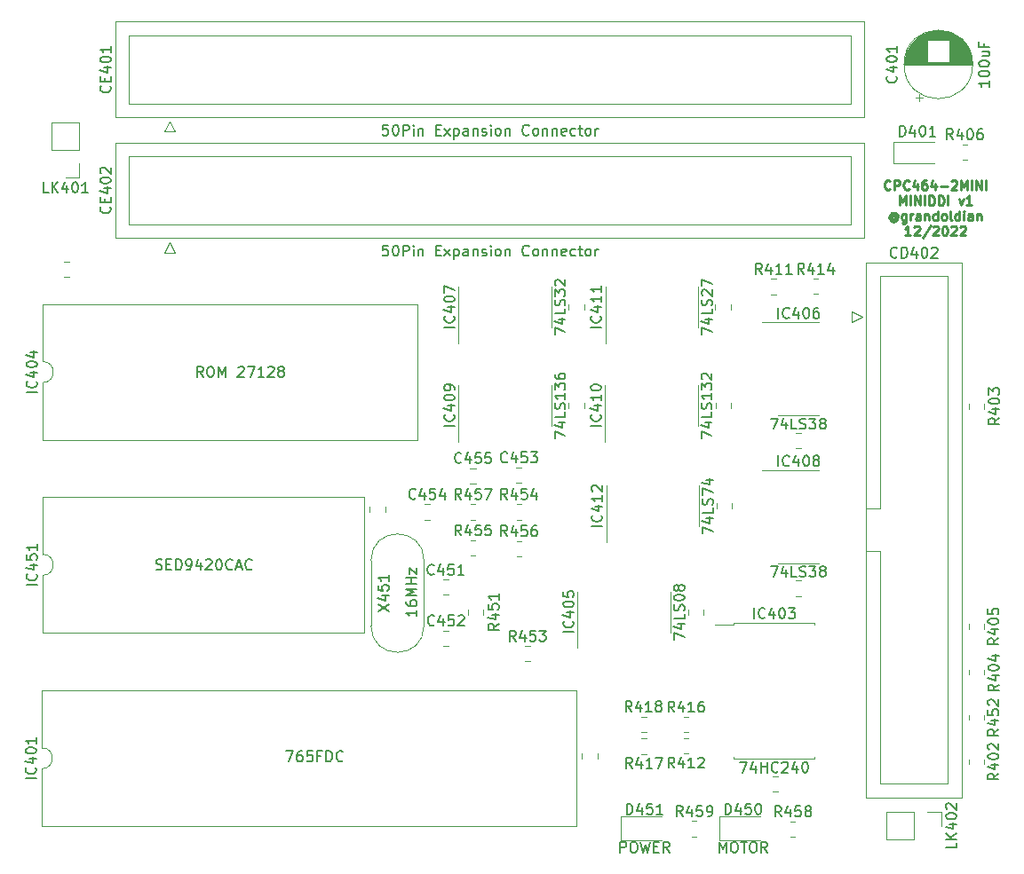
<source format=gbr>
%TF.GenerationSoftware,KiCad,Pcbnew,(6.0.7)*%
%TF.CreationDate,2022-12-20T23:04:03+00:00*%
%TF.ProjectId,CPC464-2MINIDDI,43504334-3634-42d3-924d-494e49444449,rev?*%
%TF.SameCoordinates,Original*%
%TF.FileFunction,Legend,Top*%
%TF.FilePolarity,Positive*%
%FSLAX46Y46*%
G04 Gerber Fmt 4.6, Leading zero omitted, Abs format (unit mm)*
G04 Created by KiCad (PCBNEW (6.0.7)) date 2022-12-20 23:04:03*
%MOMM*%
%LPD*%
G01*
G04 APERTURE LIST*
%ADD10C,0.225000*%
%ADD11C,0.150000*%
%ADD12C,0.120000*%
G04 APERTURE END LIST*
D10*
X116342857Y-38025928D02*
X116300000Y-38068785D01*
X116171428Y-38111642D01*
X116085714Y-38111642D01*
X115957142Y-38068785D01*
X115871428Y-37983071D01*
X115828571Y-37897357D01*
X115785714Y-37725928D01*
X115785714Y-37597357D01*
X115828571Y-37425928D01*
X115871428Y-37340214D01*
X115957142Y-37254500D01*
X116085714Y-37211642D01*
X116171428Y-37211642D01*
X116300000Y-37254500D01*
X116342857Y-37297357D01*
X116728571Y-38111642D02*
X116728571Y-37211642D01*
X117071428Y-37211642D01*
X117157142Y-37254500D01*
X117200000Y-37297357D01*
X117242857Y-37383071D01*
X117242857Y-37511642D01*
X117200000Y-37597357D01*
X117157142Y-37640214D01*
X117071428Y-37683071D01*
X116728571Y-37683071D01*
X118142857Y-38025928D02*
X118100000Y-38068785D01*
X117971428Y-38111642D01*
X117885714Y-38111642D01*
X117757142Y-38068785D01*
X117671428Y-37983071D01*
X117628571Y-37897357D01*
X117585714Y-37725928D01*
X117585714Y-37597357D01*
X117628571Y-37425928D01*
X117671428Y-37340214D01*
X117757142Y-37254500D01*
X117885714Y-37211642D01*
X117971428Y-37211642D01*
X118100000Y-37254500D01*
X118142857Y-37297357D01*
X118914285Y-37511642D02*
X118914285Y-38111642D01*
X118700000Y-37168785D02*
X118485714Y-37811642D01*
X119042857Y-37811642D01*
X119771428Y-37211642D02*
X119600000Y-37211642D01*
X119514285Y-37254500D01*
X119471428Y-37297357D01*
X119385714Y-37425928D01*
X119342857Y-37597357D01*
X119342857Y-37940214D01*
X119385714Y-38025928D01*
X119428571Y-38068785D01*
X119514285Y-38111642D01*
X119685714Y-38111642D01*
X119771428Y-38068785D01*
X119814285Y-38025928D01*
X119857142Y-37940214D01*
X119857142Y-37725928D01*
X119814285Y-37640214D01*
X119771428Y-37597357D01*
X119685714Y-37554500D01*
X119514285Y-37554500D01*
X119428571Y-37597357D01*
X119385714Y-37640214D01*
X119342857Y-37725928D01*
X120628571Y-37511642D02*
X120628571Y-38111642D01*
X120414285Y-37168785D02*
X120200000Y-37811642D01*
X120757142Y-37811642D01*
X121100000Y-37768785D02*
X121785714Y-37768785D01*
X122171428Y-37297357D02*
X122214285Y-37254500D01*
X122300000Y-37211642D01*
X122514285Y-37211642D01*
X122600000Y-37254500D01*
X122642857Y-37297357D01*
X122685714Y-37383071D01*
X122685714Y-37468785D01*
X122642857Y-37597357D01*
X122128571Y-38111642D01*
X122685714Y-38111642D01*
X123071428Y-38111642D02*
X123071428Y-37211642D01*
X123371428Y-37854500D01*
X123671428Y-37211642D01*
X123671428Y-38111642D01*
X124100000Y-38111642D02*
X124100000Y-37211642D01*
X124528571Y-38111642D02*
X124528571Y-37211642D01*
X125042857Y-38111642D01*
X125042857Y-37211642D01*
X125471428Y-38111642D02*
X125471428Y-37211642D01*
X117221428Y-39560642D02*
X117221428Y-38660642D01*
X117521428Y-39303500D01*
X117821428Y-38660642D01*
X117821428Y-39560642D01*
X118250000Y-39560642D02*
X118250000Y-38660642D01*
X118678571Y-39560642D02*
X118678571Y-38660642D01*
X119192857Y-39560642D01*
X119192857Y-38660642D01*
X119621428Y-39560642D02*
X119621428Y-38660642D01*
X120050000Y-39560642D02*
X120050000Y-38660642D01*
X120264285Y-38660642D01*
X120392857Y-38703500D01*
X120478571Y-38789214D01*
X120521428Y-38874928D01*
X120564285Y-39046357D01*
X120564285Y-39174928D01*
X120521428Y-39346357D01*
X120478571Y-39432071D01*
X120392857Y-39517785D01*
X120264285Y-39560642D01*
X120050000Y-39560642D01*
X120950000Y-39560642D02*
X120950000Y-38660642D01*
X121164285Y-38660642D01*
X121292857Y-38703500D01*
X121378571Y-38789214D01*
X121421428Y-38874928D01*
X121464285Y-39046357D01*
X121464285Y-39174928D01*
X121421428Y-39346357D01*
X121378571Y-39432071D01*
X121292857Y-39517785D01*
X121164285Y-39560642D01*
X120950000Y-39560642D01*
X121850000Y-39560642D02*
X121850000Y-38660642D01*
X122878571Y-38960642D02*
X123092857Y-39560642D01*
X123307142Y-38960642D01*
X124121428Y-39560642D02*
X123607142Y-39560642D01*
X123864285Y-39560642D02*
X123864285Y-38660642D01*
X123778571Y-38789214D01*
X123692857Y-38874928D01*
X123607142Y-38917785D01*
X116857142Y-40581071D02*
X116814285Y-40538214D01*
X116728571Y-40495357D01*
X116642857Y-40495357D01*
X116557142Y-40538214D01*
X116514285Y-40581071D01*
X116471428Y-40666785D01*
X116471428Y-40752500D01*
X116514285Y-40838214D01*
X116557142Y-40881071D01*
X116642857Y-40923928D01*
X116728571Y-40923928D01*
X116814285Y-40881071D01*
X116857142Y-40838214D01*
X116857142Y-40495357D02*
X116857142Y-40838214D01*
X116900000Y-40881071D01*
X116942857Y-40881071D01*
X117028571Y-40838214D01*
X117071428Y-40752500D01*
X117071428Y-40538214D01*
X116985714Y-40409642D01*
X116857142Y-40323928D01*
X116685714Y-40281071D01*
X116514285Y-40323928D01*
X116385714Y-40409642D01*
X116300000Y-40538214D01*
X116257142Y-40709642D01*
X116300000Y-40881071D01*
X116385714Y-41009642D01*
X116514285Y-41095357D01*
X116685714Y-41138214D01*
X116857142Y-41095357D01*
X116985714Y-41009642D01*
X117842857Y-40409642D02*
X117842857Y-41138214D01*
X117800000Y-41223928D01*
X117757142Y-41266785D01*
X117671428Y-41309642D01*
X117542857Y-41309642D01*
X117457142Y-41266785D01*
X117842857Y-40966785D02*
X117757142Y-41009642D01*
X117585714Y-41009642D01*
X117500000Y-40966785D01*
X117457142Y-40923928D01*
X117414285Y-40838214D01*
X117414285Y-40581071D01*
X117457142Y-40495357D01*
X117500000Y-40452500D01*
X117585714Y-40409642D01*
X117757142Y-40409642D01*
X117842857Y-40452500D01*
X118271428Y-41009642D02*
X118271428Y-40409642D01*
X118271428Y-40581071D02*
X118314285Y-40495357D01*
X118357142Y-40452500D01*
X118442857Y-40409642D01*
X118528571Y-40409642D01*
X119214285Y-41009642D02*
X119214285Y-40538214D01*
X119171428Y-40452500D01*
X119085714Y-40409642D01*
X118914285Y-40409642D01*
X118828571Y-40452500D01*
X119214285Y-40966785D02*
X119128571Y-41009642D01*
X118914285Y-41009642D01*
X118828571Y-40966785D01*
X118785714Y-40881071D01*
X118785714Y-40795357D01*
X118828571Y-40709642D01*
X118914285Y-40666785D01*
X119128571Y-40666785D01*
X119214285Y-40623928D01*
X119642857Y-40409642D02*
X119642857Y-41009642D01*
X119642857Y-40495357D02*
X119685714Y-40452500D01*
X119771428Y-40409642D01*
X119900000Y-40409642D01*
X119985714Y-40452500D01*
X120028571Y-40538214D01*
X120028571Y-41009642D01*
X120842857Y-41009642D02*
X120842857Y-40109642D01*
X120842857Y-40966785D02*
X120757142Y-41009642D01*
X120585714Y-41009642D01*
X120500000Y-40966785D01*
X120457142Y-40923928D01*
X120414285Y-40838214D01*
X120414285Y-40581071D01*
X120457142Y-40495357D01*
X120500000Y-40452500D01*
X120585714Y-40409642D01*
X120757142Y-40409642D01*
X120842857Y-40452500D01*
X121400000Y-41009642D02*
X121314285Y-40966785D01*
X121271428Y-40923928D01*
X121228571Y-40838214D01*
X121228571Y-40581071D01*
X121271428Y-40495357D01*
X121314285Y-40452500D01*
X121400000Y-40409642D01*
X121528571Y-40409642D01*
X121614285Y-40452500D01*
X121657142Y-40495357D01*
X121700000Y-40581071D01*
X121700000Y-40838214D01*
X121657142Y-40923928D01*
X121614285Y-40966785D01*
X121528571Y-41009642D01*
X121400000Y-41009642D01*
X122214285Y-41009642D02*
X122128571Y-40966785D01*
X122085714Y-40881071D01*
X122085714Y-40109642D01*
X122942857Y-41009642D02*
X122942857Y-40109642D01*
X122942857Y-40966785D02*
X122857142Y-41009642D01*
X122685714Y-41009642D01*
X122600000Y-40966785D01*
X122557142Y-40923928D01*
X122514285Y-40838214D01*
X122514285Y-40581071D01*
X122557142Y-40495357D01*
X122600000Y-40452500D01*
X122685714Y-40409642D01*
X122857142Y-40409642D01*
X122942857Y-40452500D01*
X123371428Y-41009642D02*
X123371428Y-40409642D01*
X123371428Y-40109642D02*
X123328571Y-40152500D01*
X123371428Y-40195357D01*
X123414285Y-40152500D01*
X123371428Y-40109642D01*
X123371428Y-40195357D01*
X124185714Y-41009642D02*
X124185714Y-40538214D01*
X124142857Y-40452500D01*
X124057142Y-40409642D01*
X123885714Y-40409642D01*
X123800000Y-40452500D01*
X124185714Y-40966785D02*
X124100000Y-41009642D01*
X123885714Y-41009642D01*
X123800000Y-40966785D01*
X123757142Y-40881071D01*
X123757142Y-40795357D01*
X123800000Y-40709642D01*
X123885714Y-40666785D01*
X124100000Y-40666785D01*
X124185714Y-40623928D01*
X124614285Y-40409642D02*
X124614285Y-41009642D01*
X124614285Y-40495357D02*
X124657142Y-40452500D01*
X124742857Y-40409642D01*
X124871428Y-40409642D01*
X124957142Y-40452500D01*
X125000000Y-40538214D01*
X125000000Y-41009642D01*
X118292857Y-42458642D02*
X117778571Y-42458642D01*
X118035714Y-42458642D02*
X118035714Y-41558642D01*
X117950000Y-41687214D01*
X117864285Y-41772928D01*
X117778571Y-41815785D01*
X118635714Y-41644357D02*
X118678571Y-41601500D01*
X118764285Y-41558642D01*
X118978571Y-41558642D01*
X119064285Y-41601500D01*
X119107142Y-41644357D01*
X119150000Y-41730071D01*
X119150000Y-41815785D01*
X119107142Y-41944357D01*
X118592857Y-42458642D01*
X119150000Y-42458642D01*
X120178571Y-41515785D02*
X119407142Y-42672928D01*
X120435714Y-41644357D02*
X120478571Y-41601500D01*
X120564285Y-41558642D01*
X120778571Y-41558642D01*
X120864285Y-41601500D01*
X120907142Y-41644357D01*
X120950000Y-41730071D01*
X120950000Y-41815785D01*
X120907142Y-41944357D01*
X120392857Y-42458642D01*
X120950000Y-42458642D01*
X121507142Y-41558642D02*
X121592857Y-41558642D01*
X121678571Y-41601500D01*
X121721428Y-41644357D01*
X121764285Y-41730071D01*
X121807142Y-41901500D01*
X121807142Y-42115785D01*
X121764285Y-42287214D01*
X121721428Y-42372928D01*
X121678571Y-42415785D01*
X121592857Y-42458642D01*
X121507142Y-42458642D01*
X121421428Y-42415785D01*
X121378571Y-42372928D01*
X121335714Y-42287214D01*
X121292857Y-42115785D01*
X121292857Y-41901500D01*
X121335714Y-41730071D01*
X121378571Y-41644357D01*
X121421428Y-41601500D01*
X121507142Y-41558642D01*
X122150000Y-41644357D02*
X122192857Y-41601500D01*
X122278571Y-41558642D01*
X122492857Y-41558642D01*
X122578571Y-41601500D01*
X122621428Y-41644357D01*
X122664285Y-41730071D01*
X122664285Y-41815785D01*
X122621428Y-41944357D01*
X122107142Y-42458642D01*
X122664285Y-42458642D01*
X123007142Y-41644357D02*
X123050000Y-41601500D01*
X123135714Y-41558642D01*
X123350000Y-41558642D01*
X123435714Y-41601500D01*
X123478571Y-41644357D01*
X123521428Y-41730071D01*
X123521428Y-41815785D01*
X123478571Y-41944357D01*
X122964285Y-42458642D01*
X123521428Y-42458642D01*
D11*
%TO.C,IC408*%
X105665828Y-64463580D02*
X105665828Y-63463580D01*
X106713447Y-64368342D02*
X106665828Y-64415961D01*
X106522971Y-64463580D01*
X106427733Y-64463580D01*
X106284876Y-64415961D01*
X106189638Y-64320723D01*
X106142019Y-64225485D01*
X106094400Y-64035009D01*
X106094400Y-63892152D01*
X106142019Y-63701676D01*
X106189638Y-63606438D01*
X106284876Y-63511200D01*
X106427733Y-63463580D01*
X106522971Y-63463580D01*
X106665828Y-63511200D01*
X106713447Y-63558819D01*
X107570590Y-63796914D02*
X107570590Y-64463580D01*
X107332495Y-63415961D02*
X107094400Y-64130247D01*
X107713447Y-64130247D01*
X108284876Y-63463580D02*
X108380114Y-63463580D01*
X108475352Y-63511200D01*
X108522971Y-63558819D01*
X108570590Y-63654057D01*
X108618209Y-63844533D01*
X108618209Y-64082628D01*
X108570590Y-64273104D01*
X108522971Y-64368342D01*
X108475352Y-64415961D01*
X108380114Y-64463580D01*
X108284876Y-64463580D01*
X108189638Y-64415961D01*
X108142019Y-64368342D01*
X108094400Y-64273104D01*
X108046780Y-64082628D01*
X108046780Y-63844533D01*
X108094400Y-63654057D01*
X108142019Y-63558819D01*
X108189638Y-63511200D01*
X108284876Y-63463580D01*
X109189638Y-63892152D02*
X109094400Y-63844533D01*
X109046780Y-63796914D01*
X108999161Y-63701676D01*
X108999161Y-63654057D01*
X109046780Y-63558819D01*
X109094400Y-63511200D01*
X109189638Y-63463580D01*
X109380114Y-63463580D01*
X109475352Y-63511200D01*
X109522971Y-63558819D01*
X109570590Y-63654057D01*
X109570590Y-63701676D01*
X109522971Y-63796914D01*
X109475352Y-63844533D01*
X109380114Y-63892152D01*
X109189638Y-63892152D01*
X109094400Y-63939771D01*
X109046780Y-63987390D01*
X108999161Y-64082628D01*
X108999161Y-64273104D01*
X109046780Y-64368342D01*
X109094400Y-64415961D01*
X109189638Y-64463580D01*
X109380114Y-64463580D01*
X109475352Y-64415961D01*
X109522971Y-64368342D01*
X109570590Y-64273104D01*
X109570590Y-64082628D01*
X109522971Y-63987390D01*
X109475352Y-63939771D01*
X109380114Y-63892152D01*
X104951542Y-74023580D02*
X105618209Y-74023580D01*
X105189638Y-75023580D01*
X106427733Y-74356914D02*
X106427733Y-75023580D01*
X106189638Y-73975961D02*
X105951542Y-74690247D01*
X106570590Y-74690247D01*
X107427733Y-75023580D02*
X106951542Y-75023580D01*
X106951542Y-74023580D01*
X107713447Y-74975961D02*
X107856304Y-75023580D01*
X108094400Y-75023580D01*
X108189638Y-74975961D01*
X108237257Y-74928342D01*
X108284876Y-74833104D01*
X108284876Y-74737866D01*
X108237257Y-74642628D01*
X108189638Y-74595009D01*
X108094400Y-74547390D01*
X107903923Y-74499771D01*
X107808685Y-74452152D01*
X107761066Y-74404533D01*
X107713447Y-74309295D01*
X107713447Y-74214057D01*
X107761066Y-74118819D01*
X107808685Y-74071200D01*
X107903923Y-74023580D01*
X108142019Y-74023580D01*
X108284876Y-74071200D01*
X108618209Y-74023580D02*
X109237257Y-74023580D01*
X108903923Y-74404533D01*
X109046780Y-74404533D01*
X109142019Y-74452152D01*
X109189638Y-74499771D01*
X109237257Y-74595009D01*
X109237257Y-74833104D01*
X109189638Y-74928342D01*
X109142019Y-74975961D01*
X109046780Y-75023580D01*
X108761066Y-75023580D01*
X108665828Y-74975961D01*
X108618209Y-74928342D01*
X109808685Y-74452152D02*
X109713447Y-74404533D01*
X109665828Y-74356914D01*
X109618209Y-74261676D01*
X109618209Y-74214057D01*
X109665828Y-74118819D01*
X109713447Y-74071200D01*
X109808685Y-74023580D01*
X109999161Y-74023580D01*
X110094400Y-74071200D01*
X110142019Y-74118819D01*
X110189638Y-74214057D01*
X110189638Y-74261676D01*
X110142019Y-74356914D01*
X110094400Y-74404533D01*
X109999161Y-74452152D01*
X109808685Y-74452152D01*
X109713447Y-74499771D01*
X109665828Y-74547390D01*
X109618209Y-74642628D01*
X109618209Y-74833104D01*
X109665828Y-74928342D01*
X109713447Y-74975961D01*
X109808685Y-75023580D01*
X109999161Y-75023580D01*
X110094400Y-74975961D01*
X110142019Y-74928342D01*
X110189638Y-74833104D01*
X110189638Y-74642628D01*
X110142019Y-74547390D01*
X110094400Y-74499771D01*
X109999161Y-74452152D01*
%TO.C,IC412*%
X88872980Y-70203771D02*
X87872980Y-70203771D01*
X88777742Y-69156152D02*
X88825361Y-69203771D01*
X88872980Y-69346628D01*
X88872980Y-69441866D01*
X88825361Y-69584723D01*
X88730123Y-69679961D01*
X88634885Y-69727580D01*
X88444409Y-69775200D01*
X88301552Y-69775200D01*
X88111076Y-69727580D01*
X88015838Y-69679961D01*
X87920600Y-69584723D01*
X87872980Y-69441866D01*
X87872980Y-69346628D01*
X87920600Y-69203771D01*
X87968219Y-69156152D01*
X88206314Y-68299009D02*
X88872980Y-68299009D01*
X87825361Y-68537104D02*
X88539647Y-68775200D01*
X88539647Y-68156152D01*
X88872980Y-67251390D02*
X88872980Y-67822819D01*
X88872980Y-67537104D02*
X87872980Y-67537104D01*
X88015838Y-67632342D01*
X88111076Y-67727580D01*
X88158695Y-67822819D01*
X87968219Y-66870438D02*
X87920600Y-66822819D01*
X87872980Y-66727580D01*
X87872980Y-66489485D01*
X87920600Y-66394247D01*
X87968219Y-66346628D01*
X88063457Y-66299009D01*
X88158695Y-66299009D01*
X88301552Y-66346628D01*
X88872980Y-66918057D01*
X88872980Y-66299009D01*
X98432980Y-70918057D02*
X98432980Y-70251390D01*
X99432980Y-70679961D01*
X98766314Y-69441866D02*
X99432980Y-69441866D01*
X98385361Y-69679961D02*
X99099647Y-69918057D01*
X99099647Y-69299009D01*
X99432980Y-68441866D02*
X99432980Y-68918057D01*
X98432980Y-68918057D01*
X99385361Y-68156152D02*
X99432980Y-68013295D01*
X99432980Y-67775200D01*
X99385361Y-67679961D01*
X99337742Y-67632342D01*
X99242504Y-67584723D01*
X99147266Y-67584723D01*
X99052028Y-67632342D01*
X99004409Y-67679961D01*
X98956790Y-67775200D01*
X98909171Y-67965676D01*
X98861552Y-68060914D01*
X98813933Y-68108533D01*
X98718695Y-68156152D01*
X98623457Y-68156152D01*
X98528219Y-68108533D01*
X98480600Y-68060914D01*
X98432980Y-67965676D01*
X98432980Y-67727580D01*
X98480600Y-67584723D01*
X98432980Y-67251390D02*
X98432980Y-66584723D01*
X99432980Y-67013295D01*
X98766314Y-65775200D02*
X99432980Y-65775200D01*
X98385361Y-66013295D02*
X99099647Y-66251390D01*
X99099647Y-65632342D01*
%TO.C,D450*%
X100620723Y-97692380D02*
X100620723Y-96692380D01*
X100858819Y-96692380D01*
X101001676Y-96740000D01*
X101096914Y-96835238D01*
X101144533Y-96930476D01*
X101192152Y-97120952D01*
X101192152Y-97263809D01*
X101144533Y-97454285D01*
X101096914Y-97549523D01*
X101001676Y-97644761D01*
X100858819Y-97692380D01*
X100620723Y-97692380D01*
X102049295Y-97025714D02*
X102049295Y-97692380D01*
X101811200Y-96644761D02*
X101573104Y-97359047D01*
X102192152Y-97359047D01*
X103049295Y-96692380D02*
X102573104Y-96692380D01*
X102525485Y-97168571D01*
X102573104Y-97120952D01*
X102668342Y-97073333D01*
X102906438Y-97073333D01*
X103001676Y-97120952D01*
X103049295Y-97168571D01*
X103096914Y-97263809D01*
X103096914Y-97501904D01*
X103049295Y-97597142D01*
X103001676Y-97644761D01*
X102906438Y-97692380D01*
X102668342Y-97692380D01*
X102573104Y-97644761D01*
X102525485Y-97597142D01*
X103715961Y-96692380D02*
X103811200Y-96692380D01*
X103906438Y-96740000D01*
X103954057Y-96787619D01*
X104001676Y-96882857D01*
X104049295Y-97073333D01*
X104049295Y-97311428D01*
X104001676Y-97501904D01*
X103954057Y-97597142D01*
X103906438Y-97644761D01*
X103811200Y-97692380D01*
X103715961Y-97692380D01*
X103620723Y-97644761D01*
X103573104Y-97597142D01*
X103525485Y-97501904D01*
X103477866Y-97311428D01*
X103477866Y-97073333D01*
X103525485Y-96882857D01*
X103573104Y-96787619D01*
X103620723Y-96740000D01*
X103715961Y-96692380D01*
X100049295Y-101332380D02*
X100049295Y-100332380D01*
X100382628Y-101046666D01*
X100715961Y-100332380D01*
X100715961Y-101332380D01*
X101382628Y-100332380D02*
X101573104Y-100332380D01*
X101668342Y-100380000D01*
X101763580Y-100475238D01*
X101811200Y-100665714D01*
X101811200Y-100999047D01*
X101763580Y-101189523D01*
X101668342Y-101284761D01*
X101573104Y-101332380D01*
X101382628Y-101332380D01*
X101287390Y-101284761D01*
X101192152Y-101189523D01*
X101144533Y-100999047D01*
X101144533Y-100665714D01*
X101192152Y-100475238D01*
X101287390Y-100380000D01*
X101382628Y-100332380D01*
X102096914Y-100332380D02*
X102668342Y-100332380D01*
X102382628Y-101332380D02*
X102382628Y-100332380D01*
X103192152Y-100332380D02*
X103382628Y-100332380D01*
X103477866Y-100380000D01*
X103573104Y-100475238D01*
X103620723Y-100665714D01*
X103620723Y-100999047D01*
X103573104Y-101189523D01*
X103477866Y-101284761D01*
X103382628Y-101332380D01*
X103192152Y-101332380D01*
X103096914Y-101284761D01*
X103001676Y-101189523D01*
X102954057Y-100999047D01*
X102954057Y-100665714D01*
X103001676Y-100475238D01*
X103096914Y-100380000D01*
X103192152Y-100332380D01*
X104620723Y-101332380D02*
X104287390Y-100856190D01*
X104049295Y-101332380D02*
X104049295Y-100332380D01*
X104430247Y-100332380D01*
X104525485Y-100380000D01*
X104573104Y-100427619D01*
X104620723Y-100522857D01*
X104620723Y-100665714D01*
X104573104Y-100760952D01*
X104525485Y-100808571D01*
X104430247Y-100856190D01*
X104049295Y-100856190D01*
%TO.C,R411*%
X104113152Y-46147980D02*
X103779819Y-45671790D01*
X103541723Y-46147980D02*
X103541723Y-45147980D01*
X103922676Y-45147980D01*
X104017914Y-45195600D01*
X104065533Y-45243219D01*
X104113152Y-45338457D01*
X104113152Y-45481314D01*
X104065533Y-45576552D01*
X104017914Y-45624171D01*
X103922676Y-45671790D01*
X103541723Y-45671790D01*
X104970295Y-45481314D02*
X104970295Y-46147980D01*
X104732200Y-45100361D02*
X104494104Y-45814647D01*
X105113152Y-45814647D01*
X106017914Y-46147980D02*
X105446485Y-46147980D01*
X105732200Y-46147980D02*
X105732200Y-45147980D01*
X105636961Y-45290838D01*
X105541723Y-45386076D01*
X105446485Y-45433695D01*
X106970295Y-46147980D02*
X106398866Y-46147980D01*
X106684580Y-46147980D02*
X106684580Y-45147980D01*
X106589342Y-45290838D01*
X106494104Y-45386076D01*
X106398866Y-45433695D01*
%TO.C,C453*%
X79830752Y-64034942D02*
X79783133Y-64082561D01*
X79640276Y-64130180D01*
X79545038Y-64130180D01*
X79402180Y-64082561D01*
X79306942Y-63987323D01*
X79259323Y-63892085D01*
X79211704Y-63701609D01*
X79211704Y-63558752D01*
X79259323Y-63368276D01*
X79306942Y-63273038D01*
X79402180Y-63177800D01*
X79545038Y-63130180D01*
X79640276Y-63130180D01*
X79783133Y-63177800D01*
X79830752Y-63225419D01*
X80687895Y-63463514D02*
X80687895Y-64130180D01*
X80449800Y-63082561D02*
X80211704Y-63796847D01*
X80830752Y-63796847D01*
X81687895Y-63130180D02*
X81211704Y-63130180D01*
X81164085Y-63606371D01*
X81211704Y-63558752D01*
X81306942Y-63511133D01*
X81545038Y-63511133D01*
X81640276Y-63558752D01*
X81687895Y-63606371D01*
X81735514Y-63701609D01*
X81735514Y-63939704D01*
X81687895Y-64034942D01*
X81640276Y-64082561D01*
X81545038Y-64130180D01*
X81306942Y-64130180D01*
X81211704Y-64082561D01*
X81164085Y-64034942D01*
X82068847Y-63130180D02*
X82687895Y-63130180D01*
X82354561Y-63511133D01*
X82497419Y-63511133D01*
X82592657Y-63558752D01*
X82640276Y-63606371D01*
X82687895Y-63701609D01*
X82687895Y-63939704D01*
X82640276Y-64034942D01*
X82592657Y-64082561D01*
X82497419Y-64130180D01*
X82211704Y-64130180D01*
X82116466Y-64082561D01*
X82068847Y-64034942D01*
%TO.C,R454*%
X79830752Y-67636380D02*
X79497419Y-67160190D01*
X79259323Y-67636380D02*
X79259323Y-66636380D01*
X79640276Y-66636380D01*
X79735514Y-66684000D01*
X79783133Y-66731619D01*
X79830752Y-66826857D01*
X79830752Y-66969714D01*
X79783133Y-67064952D01*
X79735514Y-67112571D01*
X79640276Y-67160190D01*
X79259323Y-67160190D01*
X80687895Y-66969714D02*
X80687895Y-67636380D01*
X80449800Y-66588761D02*
X80211704Y-67303047D01*
X80830752Y-67303047D01*
X81687895Y-66636380D02*
X81211704Y-66636380D01*
X81164085Y-67112571D01*
X81211704Y-67064952D01*
X81306942Y-67017333D01*
X81545038Y-67017333D01*
X81640276Y-67064952D01*
X81687895Y-67112571D01*
X81735514Y-67207809D01*
X81735514Y-67445904D01*
X81687895Y-67541142D01*
X81640276Y-67588761D01*
X81545038Y-67636380D01*
X81306942Y-67636380D01*
X81211704Y-67588761D01*
X81164085Y-67541142D01*
X82592657Y-66969714D02*
X82592657Y-67636380D01*
X82354561Y-66588761D02*
X82116466Y-67303047D01*
X82735514Y-67303047D01*
%TO.C,IC410*%
X88771380Y-60602571D02*
X87771380Y-60602571D01*
X88676142Y-59554952D02*
X88723761Y-59602571D01*
X88771380Y-59745428D01*
X88771380Y-59840666D01*
X88723761Y-59983523D01*
X88628523Y-60078761D01*
X88533285Y-60126380D01*
X88342809Y-60174000D01*
X88199952Y-60174000D01*
X88009476Y-60126380D01*
X87914238Y-60078761D01*
X87819000Y-59983523D01*
X87771380Y-59840666D01*
X87771380Y-59745428D01*
X87819000Y-59602571D01*
X87866619Y-59554952D01*
X88104714Y-58697809D02*
X88771380Y-58697809D01*
X87723761Y-58935904D02*
X88438047Y-59174000D01*
X88438047Y-58554952D01*
X88771380Y-57650190D02*
X88771380Y-58221619D01*
X88771380Y-57935904D02*
X87771380Y-57935904D01*
X87914238Y-58031142D01*
X88009476Y-58126380D01*
X88057095Y-58221619D01*
X87771380Y-57031142D02*
X87771380Y-56935904D01*
X87819000Y-56840666D01*
X87866619Y-56793047D01*
X87961857Y-56745428D01*
X88152333Y-56697809D01*
X88390428Y-56697809D01*
X88580904Y-56745428D01*
X88676142Y-56793047D01*
X88723761Y-56840666D01*
X88771380Y-56935904D01*
X88771380Y-57031142D01*
X88723761Y-57126380D01*
X88676142Y-57174000D01*
X88580904Y-57221619D01*
X88390428Y-57269238D01*
X88152333Y-57269238D01*
X87961857Y-57221619D01*
X87866619Y-57174000D01*
X87819000Y-57126380D01*
X87771380Y-57031142D01*
X98331380Y-61793047D02*
X98331380Y-61126380D01*
X99331380Y-61554952D01*
X98664714Y-60316857D02*
X99331380Y-60316857D01*
X98283761Y-60554952D02*
X98998047Y-60793047D01*
X98998047Y-60174000D01*
X99331380Y-59316857D02*
X99331380Y-59793047D01*
X98331380Y-59793047D01*
X99283761Y-59031142D02*
X99331380Y-58888285D01*
X99331380Y-58650190D01*
X99283761Y-58554952D01*
X99236142Y-58507333D01*
X99140904Y-58459714D01*
X99045666Y-58459714D01*
X98950428Y-58507333D01*
X98902809Y-58554952D01*
X98855190Y-58650190D01*
X98807571Y-58840666D01*
X98759952Y-58935904D01*
X98712333Y-58983523D01*
X98617095Y-59031142D01*
X98521857Y-59031142D01*
X98426619Y-58983523D01*
X98379000Y-58935904D01*
X98331380Y-58840666D01*
X98331380Y-58602571D01*
X98379000Y-58459714D01*
X99331380Y-57507333D02*
X99331380Y-58078761D01*
X99331380Y-57793047D02*
X98331380Y-57793047D01*
X98474238Y-57888285D01*
X98569476Y-57983523D01*
X98617095Y-58078761D01*
X98331380Y-57174000D02*
X98331380Y-56554952D01*
X98712333Y-56888285D01*
X98712333Y-56745428D01*
X98759952Y-56650190D01*
X98807571Y-56602571D01*
X98902809Y-56554952D01*
X99140904Y-56554952D01*
X99236142Y-56602571D01*
X99283761Y-56650190D01*
X99331380Y-56745428D01*
X99331380Y-57031142D01*
X99283761Y-57126380D01*
X99236142Y-57174000D01*
X98426619Y-56174000D02*
X98379000Y-56126380D01*
X98331380Y-56031142D01*
X98331380Y-55793047D01*
X98379000Y-55697809D01*
X98426619Y-55650190D01*
X98521857Y-55602571D01*
X98617095Y-55602571D01*
X98759952Y-55650190D01*
X99331380Y-56221619D01*
X99331380Y-55602571D01*
%TO.C,R404*%
X126690380Y-85320047D02*
X126214190Y-85653380D01*
X126690380Y-85891476D02*
X125690380Y-85891476D01*
X125690380Y-85510523D01*
X125738000Y-85415285D01*
X125785619Y-85367666D01*
X125880857Y-85320047D01*
X126023714Y-85320047D01*
X126118952Y-85367666D01*
X126166571Y-85415285D01*
X126214190Y-85510523D01*
X126214190Y-85891476D01*
X126023714Y-84462904D02*
X126690380Y-84462904D01*
X125642761Y-84701000D02*
X126357047Y-84939095D01*
X126357047Y-84320047D01*
X125690380Y-83748619D02*
X125690380Y-83653380D01*
X125738000Y-83558142D01*
X125785619Y-83510523D01*
X125880857Y-83462904D01*
X126071333Y-83415285D01*
X126309428Y-83415285D01*
X126499904Y-83462904D01*
X126595142Y-83510523D01*
X126642761Y-83558142D01*
X126690380Y-83653380D01*
X126690380Y-83748619D01*
X126642761Y-83843857D01*
X126595142Y-83891476D01*
X126499904Y-83939095D01*
X126309428Y-83986714D01*
X126071333Y-83986714D01*
X125880857Y-83939095D01*
X125785619Y-83891476D01*
X125738000Y-83843857D01*
X125690380Y-83748619D01*
X126023714Y-82558142D02*
X126690380Y-82558142D01*
X125642761Y-82796238D02*
X126357047Y-83034333D01*
X126357047Y-82415285D01*
%TO.C,R405*%
X126663980Y-80900447D02*
X126187790Y-81233780D01*
X126663980Y-81471876D02*
X125663980Y-81471876D01*
X125663980Y-81090923D01*
X125711600Y-80995685D01*
X125759219Y-80948066D01*
X125854457Y-80900447D01*
X125997314Y-80900447D01*
X126092552Y-80948066D01*
X126140171Y-80995685D01*
X126187790Y-81090923D01*
X126187790Y-81471876D01*
X125997314Y-80043304D02*
X126663980Y-80043304D01*
X125616361Y-80281400D02*
X126330647Y-80519495D01*
X126330647Y-79900447D01*
X125663980Y-79329019D02*
X125663980Y-79233780D01*
X125711600Y-79138542D01*
X125759219Y-79090923D01*
X125854457Y-79043304D01*
X126044933Y-78995685D01*
X126283028Y-78995685D01*
X126473504Y-79043304D01*
X126568742Y-79090923D01*
X126616361Y-79138542D01*
X126663980Y-79233780D01*
X126663980Y-79329019D01*
X126616361Y-79424257D01*
X126568742Y-79471876D01*
X126473504Y-79519495D01*
X126283028Y-79567114D01*
X126044933Y-79567114D01*
X125854457Y-79519495D01*
X125759219Y-79471876D01*
X125711600Y-79424257D01*
X125663980Y-79329019D01*
X125663980Y-78090923D02*
X125663980Y-78567114D01*
X126140171Y-78614733D01*
X126092552Y-78567114D01*
X126044933Y-78471876D01*
X126044933Y-78233780D01*
X126092552Y-78138542D01*
X126140171Y-78090923D01*
X126235409Y-78043304D01*
X126473504Y-78043304D01*
X126568742Y-78090923D01*
X126616361Y-78138542D01*
X126663980Y-78233780D01*
X126663980Y-78471876D01*
X126616361Y-78567114D01*
X126568742Y-78614733D01*
%TO.C,R416*%
X95756552Y-87930980D02*
X95423219Y-87454790D01*
X95185123Y-87930980D02*
X95185123Y-86930980D01*
X95566076Y-86930980D01*
X95661314Y-86978600D01*
X95708933Y-87026219D01*
X95756552Y-87121457D01*
X95756552Y-87264314D01*
X95708933Y-87359552D01*
X95661314Y-87407171D01*
X95566076Y-87454790D01*
X95185123Y-87454790D01*
X96613695Y-87264314D02*
X96613695Y-87930980D01*
X96375600Y-86883361D02*
X96137504Y-87597647D01*
X96756552Y-87597647D01*
X97661314Y-87930980D02*
X97089885Y-87930980D01*
X97375600Y-87930980D02*
X97375600Y-86930980D01*
X97280361Y-87073838D01*
X97185123Y-87169076D01*
X97089885Y-87216695D01*
X98518457Y-86930980D02*
X98327980Y-86930980D01*
X98232742Y-86978600D01*
X98185123Y-87026219D01*
X98089885Y-87169076D01*
X98042266Y-87359552D01*
X98042266Y-87740504D01*
X98089885Y-87835742D01*
X98137504Y-87883361D01*
X98232742Y-87930980D01*
X98423219Y-87930980D01*
X98518457Y-87883361D01*
X98566076Y-87835742D01*
X98613695Y-87740504D01*
X98613695Y-87502409D01*
X98566076Y-87407171D01*
X98518457Y-87359552D01*
X98423219Y-87311933D01*
X98232742Y-87311933D01*
X98137504Y-87359552D01*
X98089885Y-87407171D01*
X98042266Y-87502409D01*
%TO.C,C401*%
X116886542Y-27261047D02*
X116934161Y-27308666D01*
X116981780Y-27451523D01*
X116981780Y-27546761D01*
X116934161Y-27689619D01*
X116838923Y-27784857D01*
X116743685Y-27832476D01*
X116553209Y-27880095D01*
X116410352Y-27880095D01*
X116219876Y-27832476D01*
X116124638Y-27784857D01*
X116029400Y-27689619D01*
X115981780Y-27546761D01*
X115981780Y-27451523D01*
X116029400Y-27308666D01*
X116077019Y-27261047D01*
X116315114Y-26403904D02*
X116981780Y-26403904D01*
X115934161Y-26642000D02*
X116648447Y-26880095D01*
X116648447Y-26261047D01*
X115981780Y-25689619D02*
X115981780Y-25594380D01*
X116029400Y-25499142D01*
X116077019Y-25451523D01*
X116172257Y-25403904D01*
X116362733Y-25356285D01*
X116600828Y-25356285D01*
X116791304Y-25403904D01*
X116886542Y-25451523D01*
X116934161Y-25499142D01*
X116981780Y-25594380D01*
X116981780Y-25689619D01*
X116934161Y-25784857D01*
X116886542Y-25832476D01*
X116791304Y-25880095D01*
X116600828Y-25927714D01*
X116362733Y-25927714D01*
X116172257Y-25880095D01*
X116077019Y-25832476D01*
X116029400Y-25784857D01*
X115981780Y-25689619D01*
X116981780Y-24403904D02*
X116981780Y-24975333D01*
X116981780Y-24689619D02*
X115981780Y-24689619D01*
X116124638Y-24784857D01*
X116219876Y-24880095D01*
X116267495Y-24975333D01*
X125781780Y-27689619D02*
X125781780Y-28261047D01*
X125781780Y-27975333D02*
X124781780Y-27975333D01*
X124924638Y-28070571D01*
X125019876Y-28165809D01*
X125067495Y-28261047D01*
X124781780Y-27070571D02*
X124781780Y-26975333D01*
X124829400Y-26880095D01*
X124877019Y-26832476D01*
X124972257Y-26784857D01*
X125162733Y-26737238D01*
X125400828Y-26737238D01*
X125591304Y-26784857D01*
X125686542Y-26832476D01*
X125734161Y-26880095D01*
X125781780Y-26975333D01*
X125781780Y-27070571D01*
X125734161Y-27165809D01*
X125686542Y-27213428D01*
X125591304Y-27261047D01*
X125400828Y-27308666D01*
X125162733Y-27308666D01*
X124972257Y-27261047D01*
X124877019Y-27213428D01*
X124829400Y-27165809D01*
X124781780Y-27070571D01*
X124781780Y-26118190D02*
X124781780Y-26022952D01*
X124829400Y-25927714D01*
X124877019Y-25880095D01*
X124972257Y-25832476D01*
X125162733Y-25784857D01*
X125400828Y-25784857D01*
X125591304Y-25832476D01*
X125686542Y-25880095D01*
X125734161Y-25927714D01*
X125781780Y-26022952D01*
X125781780Y-26118190D01*
X125734161Y-26213428D01*
X125686542Y-26261047D01*
X125591304Y-26308666D01*
X125400828Y-26356285D01*
X125162733Y-26356285D01*
X124972257Y-26308666D01*
X124877019Y-26261047D01*
X124829400Y-26213428D01*
X124781780Y-26118190D01*
X125115114Y-24927714D02*
X125781780Y-24927714D01*
X125115114Y-25356285D02*
X125638923Y-25356285D01*
X125734161Y-25308666D01*
X125781780Y-25213428D01*
X125781780Y-25070571D01*
X125734161Y-24975333D01*
X125686542Y-24927714D01*
X125257971Y-24118190D02*
X125257971Y-24451523D01*
X125781780Y-24451523D02*
X124781780Y-24451523D01*
X124781780Y-23975333D01*
%TO.C,IC404*%
X35003180Y-57422571D02*
X34003180Y-57422571D01*
X34907942Y-56374952D02*
X34955561Y-56422571D01*
X35003180Y-56565428D01*
X35003180Y-56660666D01*
X34955561Y-56803523D01*
X34860323Y-56898761D01*
X34765085Y-56946380D01*
X34574609Y-56994000D01*
X34431752Y-56994000D01*
X34241276Y-56946380D01*
X34146038Y-56898761D01*
X34050800Y-56803523D01*
X34003180Y-56660666D01*
X34003180Y-56565428D01*
X34050800Y-56422571D01*
X34098419Y-56374952D01*
X34336514Y-55517809D02*
X35003180Y-55517809D01*
X33955561Y-55755904D02*
X34669847Y-55994000D01*
X34669847Y-55374952D01*
X34003180Y-54803523D02*
X34003180Y-54708285D01*
X34050800Y-54613047D01*
X34098419Y-54565428D01*
X34193657Y-54517809D01*
X34384133Y-54470190D01*
X34622228Y-54470190D01*
X34812704Y-54517809D01*
X34907942Y-54565428D01*
X34955561Y-54613047D01*
X35003180Y-54708285D01*
X35003180Y-54803523D01*
X34955561Y-54898761D01*
X34907942Y-54946380D01*
X34812704Y-54994000D01*
X34622228Y-55041619D01*
X34384133Y-55041619D01*
X34193657Y-54994000D01*
X34098419Y-54946380D01*
X34050800Y-54898761D01*
X34003180Y-54803523D01*
X34336514Y-53613047D02*
X35003180Y-53613047D01*
X33955561Y-53851142D02*
X34669847Y-54089238D01*
X34669847Y-53470190D01*
X50833780Y-55971780D02*
X50500447Y-55495590D01*
X50262352Y-55971780D02*
X50262352Y-54971780D01*
X50643304Y-54971780D01*
X50738542Y-55019400D01*
X50786161Y-55067019D01*
X50833780Y-55162257D01*
X50833780Y-55305114D01*
X50786161Y-55400352D01*
X50738542Y-55447971D01*
X50643304Y-55495590D01*
X50262352Y-55495590D01*
X51452828Y-54971780D02*
X51643304Y-54971780D01*
X51738542Y-55019400D01*
X51833780Y-55114638D01*
X51881400Y-55305114D01*
X51881400Y-55638447D01*
X51833780Y-55828923D01*
X51738542Y-55924161D01*
X51643304Y-55971780D01*
X51452828Y-55971780D01*
X51357590Y-55924161D01*
X51262352Y-55828923D01*
X51214733Y-55638447D01*
X51214733Y-55305114D01*
X51262352Y-55114638D01*
X51357590Y-55019400D01*
X51452828Y-54971780D01*
X52309971Y-55971780D02*
X52309971Y-54971780D01*
X52643304Y-55686066D01*
X52976638Y-54971780D01*
X52976638Y-55971780D01*
X54167114Y-55067019D02*
X54214733Y-55019400D01*
X54309971Y-54971780D01*
X54548066Y-54971780D01*
X54643304Y-55019400D01*
X54690923Y-55067019D01*
X54738542Y-55162257D01*
X54738542Y-55257495D01*
X54690923Y-55400352D01*
X54119495Y-55971780D01*
X54738542Y-55971780D01*
X55071876Y-54971780D02*
X55738542Y-54971780D01*
X55309971Y-55971780D01*
X56643304Y-55971780D02*
X56071876Y-55971780D01*
X56357590Y-55971780D02*
X56357590Y-54971780D01*
X56262352Y-55114638D01*
X56167114Y-55209876D01*
X56071876Y-55257495D01*
X57024257Y-55067019D02*
X57071876Y-55019400D01*
X57167114Y-54971780D01*
X57405209Y-54971780D01*
X57500447Y-55019400D01*
X57548066Y-55067019D01*
X57595685Y-55162257D01*
X57595685Y-55257495D01*
X57548066Y-55400352D01*
X56976638Y-55971780D01*
X57595685Y-55971780D01*
X58167114Y-55400352D02*
X58071876Y-55352733D01*
X58024257Y-55305114D01*
X57976638Y-55209876D01*
X57976638Y-55162257D01*
X58024257Y-55067019D01*
X58071876Y-55019400D01*
X58167114Y-54971780D01*
X58357590Y-54971780D01*
X58452828Y-55019400D01*
X58500447Y-55067019D01*
X58548066Y-55162257D01*
X58548066Y-55209876D01*
X58500447Y-55305114D01*
X58452828Y-55352733D01*
X58357590Y-55400352D01*
X58167114Y-55400352D01*
X58071876Y-55447971D01*
X58024257Y-55495590D01*
X57976638Y-55590828D01*
X57976638Y-55781304D01*
X58024257Y-55876542D01*
X58071876Y-55924161D01*
X58167114Y-55971780D01*
X58357590Y-55971780D01*
X58452828Y-55924161D01*
X58500447Y-55876542D01*
X58548066Y-55781304D01*
X58548066Y-55590828D01*
X58500447Y-55495590D01*
X58452828Y-55447971D01*
X58357590Y-55400352D01*
%TO.C,C455*%
X75436552Y-64082142D02*
X75388933Y-64129761D01*
X75246076Y-64177380D01*
X75150838Y-64177380D01*
X75007980Y-64129761D01*
X74912742Y-64034523D01*
X74865123Y-63939285D01*
X74817504Y-63748809D01*
X74817504Y-63605952D01*
X74865123Y-63415476D01*
X74912742Y-63320238D01*
X75007980Y-63225000D01*
X75150838Y-63177380D01*
X75246076Y-63177380D01*
X75388933Y-63225000D01*
X75436552Y-63272619D01*
X76293695Y-63510714D02*
X76293695Y-64177380D01*
X76055600Y-63129761D02*
X75817504Y-63844047D01*
X76436552Y-63844047D01*
X77293695Y-63177380D02*
X76817504Y-63177380D01*
X76769885Y-63653571D01*
X76817504Y-63605952D01*
X76912742Y-63558333D01*
X77150838Y-63558333D01*
X77246076Y-63605952D01*
X77293695Y-63653571D01*
X77341314Y-63748809D01*
X77341314Y-63986904D01*
X77293695Y-64082142D01*
X77246076Y-64129761D01*
X77150838Y-64177380D01*
X76912742Y-64177380D01*
X76817504Y-64129761D01*
X76769885Y-64082142D01*
X78246076Y-63177380D02*
X77769885Y-63177380D01*
X77722266Y-63653571D01*
X77769885Y-63605952D01*
X77865123Y-63558333D01*
X78103219Y-63558333D01*
X78198457Y-63605952D01*
X78246076Y-63653571D01*
X78293695Y-63748809D01*
X78293695Y-63986904D01*
X78246076Y-64082142D01*
X78198457Y-64129761D01*
X78103219Y-64177380D01*
X77865123Y-64177380D01*
X77769885Y-64129761D01*
X77722266Y-64082142D01*
%TO.C,D451*%
X91222723Y-97692380D02*
X91222723Y-96692380D01*
X91460819Y-96692380D01*
X91603676Y-96740000D01*
X91698914Y-96835238D01*
X91746533Y-96930476D01*
X91794152Y-97120952D01*
X91794152Y-97263809D01*
X91746533Y-97454285D01*
X91698914Y-97549523D01*
X91603676Y-97644761D01*
X91460819Y-97692380D01*
X91222723Y-97692380D01*
X92651295Y-97025714D02*
X92651295Y-97692380D01*
X92413200Y-96644761D02*
X92175104Y-97359047D01*
X92794152Y-97359047D01*
X93651295Y-96692380D02*
X93175104Y-96692380D01*
X93127485Y-97168571D01*
X93175104Y-97120952D01*
X93270342Y-97073333D01*
X93508438Y-97073333D01*
X93603676Y-97120952D01*
X93651295Y-97168571D01*
X93698914Y-97263809D01*
X93698914Y-97501904D01*
X93651295Y-97597142D01*
X93603676Y-97644761D01*
X93508438Y-97692380D01*
X93270342Y-97692380D01*
X93175104Y-97644761D01*
X93127485Y-97597142D01*
X94651295Y-97692380D02*
X94079866Y-97692380D01*
X94365580Y-97692380D02*
X94365580Y-96692380D01*
X94270342Y-96835238D01*
X94175104Y-96930476D01*
X94079866Y-96978095D01*
X90603676Y-101332380D02*
X90603676Y-100332380D01*
X90984628Y-100332380D01*
X91079866Y-100380000D01*
X91127485Y-100427619D01*
X91175104Y-100522857D01*
X91175104Y-100665714D01*
X91127485Y-100760952D01*
X91079866Y-100808571D01*
X90984628Y-100856190D01*
X90603676Y-100856190D01*
X91794152Y-100332380D02*
X91984628Y-100332380D01*
X92079866Y-100380000D01*
X92175104Y-100475238D01*
X92222723Y-100665714D01*
X92222723Y-100999047D01*
X92175104Y-101189523D01*
X92079866Y-101284761D01*
X91984628Y-101332380D01*
X91794152Y-101332380D01*
X91698914Y-101284761D01*
X91603676Y-101189523D01*
X91556057Y-100999047D01*
X91556057Y-100665714D01*
X91603676Y-100475238D01*
X91698914Y-100380000D01*
X91794152Y-100332380D01*
X92556057Y-100332380D02*
X92794152Y-101332380D01*
X92984628Y-100618095D01*
X93175104Y-101332380D01*
X93413200Y-100332380D01*
X93794152Y-100808571D02*
X94127485Y-100808571D01*
X94270342Y-101332380D02*
X93794152Y-101332380D01*
X93794152Y-100332380D01*
X94270342Y-100332380D01*
X95270342Y-101332380D02*
X94937009Y-100856190D01*
X94698914Y-101332380D02*
X94698914Y-100332380D01*
X95079866Y-100332380D01*
X95175104Y-100380000D01*
X95222723Y-100427619D01*
X95270342Y-100522857D01*
X95270342Y-100665714D01*
X95222723Y-100760952D01*
X95175104Y-100808571D01*
X95079866Y-100856190D01*
X94698914Y-100856190D01*
%TO.C,R451*%
X79014580Y-79503447D02*
X78538390Y-79836780D01*
X79014580Y-80074876D02*
X78014580Y-80074876D01*
X78014580Y-79693923D01*
X78062200Y-79598685D01*
X78109819Y-79551066D01*
X78205057Y-79503447D01*
X78347914Y-79503447D01*
X78443152Y-79551066D01*
X78490771Y-79598685D01*
X78538390Y-79693923D01*
X78538390Y-80074876D01*
X78347914Y-78646304D02*
X79014580Y-78646304D01*
X77966961Y-78884400D02*
X78681247Y-79122495D01*
X78681247Y-78503447D01*
X78014580Y-77646304D02*
X78014580Y-78122495D01*
X78490771Y-78170114D01*
X78443152Y-78122495D01*
X78395533Y-78027257D01*
X78395533Y-77789161D01*
X78443152Y-77693923D01*
X78490771Y-77646304D01*
X78586009Y-77598685D01*
X78824104Y-77598685D01*
X78919342Y-77646304D01*
X78966961Y-77693923D01*
X79014580Y-77789161D01*
X79014580Y-78027257D01*
X78966961Y-78122495D01*
X78919342Y-78170114D01*
X79014580Y-76646304D02*
X79014580Y-77217733D01*
X79014580Y-76932019D02*
X78014580Y-76932019D01*
X78157438Y-77027257D01*
X78252676Y-77122495D01*
X78300295Y-77217733D01*
%TO.C,X451*%
X67524380Y-78317504D02*
X68524380Y-77650838D01*
X67524380Y-77650838D02*
X68524380Y-78317504D01*
X67857714Y-76841314D02*
X68524380Y-76841314D01*
X67476761Y-77079409D02*
X68191047Y-77317504D01*
X68191047Y-76698457D01*
X67524380Y-75841314D02*
X67524380Y-76317504D01*
X68000571Y-76365123D01*
X67952952Y-76317504D01*
X67905333Y-76222266D01*
X67905333Y-75984171D01*
X67952952Y-75888933D01*
X68000571Y-75841314D01*
X68095809Y-75793695D01*
X68333904Y-75793695D01*
X68429142Y-75841314D01*
X68476761Y-75888933D01*
X68524380Y-75984171D01*
X68524380Y-76222266D01*
X68476761Y-76317504D01*
X68429142Y-76365123D01*
X68524380Y-74841314D02*
X68524380Y-75412742D01*
X68524380Y-75127028D02*
X67524380Y-75127028D01*
X67667238Y-75222266D01*
X67762476Y-75317504D01*
X67810095Y-75412742D01*
X71191380Y-78220676D02*
X71191380Y-78792104D01*
X71191380Y-78506390D02*
X70191380Y-78506390D01*
X70334238Y-78601628D01*
X70429476Y-78696866D01*
X70477095Y-78792104D01*
X70191380Y-77363533D02*
X70191380Y-77554009D01*
X70239000Y-77649247D01*
X70286619Y-77696866D01*
X70429476Y-77792104D01*
X70619952Y-77839723D01*
X71000904Y-77839723D01*
X71096142Y-77792104D01*
X71143761Y-77744485D01*
X71191380Y-77649247D01*
X71191380Y-77458771D01*
X71143761Y-77363533D01*
X71096142Y-77315914D01*
X71000904Y-77268295D01*
X70762809Y-77268295D01*
X70667571Y-77315914D01*
X70619952Y-77363533D01*
X70572333Y-77458771D01*
X70572333Y-77649247D01*
X70619952Y-77744485D01*
X70667571Y-77792104D01*
X70762809Y-77839723D01*
X71191380Y-76839723D02*
X70191380Y-76839723D01*
X70905666Y-76506390D01*
X70191380Y-76173057D01*
X71191380Y-76173057D01*
X71191380Y-75696866D02*
X70191380Y-75696866D01*
X70667571Y-75696866D02*
X70667571Y-75125438D01*
X71191380Y-75125438D02*
X70191380Y-75125438D01*
X70524714Y-74744485D02*
X70524714Y-74220676D01*
X71191380Y-74744485D01*
X71191380Y-74220676D01*
%TO.C,R403*%
X126741180Y-59894647D02*
X126264990Y-60227980D01*
X126741180Y-60466076D02*
X125741180Y-60466076D01*
X125741180Y-60085123D01*
X125788800Y-59989885D01*
X125836419Y-59942266D01*
X125931657Y-59894647D01*
X126074514Y-59894647D01*
X126169752Y-59942266D01*
X126217371Y-59989885D01*
X126264990Y-60085123D01*
X126264990Y-60466076D01*
X126074514Y-59037504D02*
X126741180Y-59037504D01*
X125693561Y-59275600D02*
X126407847Y-59513695D01*
X126407847Y-58894647D01*
X125741180Y-58323219D02*
X125741180Y-58227980D01*
X125788800Y-58132742D01*
X125836419Y-58085123D01*
X125931657Y-58037504D01*
X126122133Y-57989885D01*
X126360228Y-57989885D01*
X126550704Y-58037504D01*
X126645942Y-58085123D01*
X126693561Y-58132742D01*
X126741180Y-58227980D01*
X126741180Y-58323219D01*
X126693561Y-58418457D01*
X126645942Y-58466076D01*
X126550704Y-58513695D01*
X126360228Y-58561314D01*
X126122133Y-58561314D01*
X125931657Y-58513695D01*
X125836419Y-58466076D01*
X125788800Y-58418457D01*
X125741180Y-58323219D01*
X125741180Y-57656552D02*
X125741180Y-57037504D01*
X126122133Y-57370838D01*
X126122133Y-57227980D01*
X126169752Y-57132742D01*
X126217371Y-57085123D01*
X126312609Y-57037504D01*
X126550704Y-57037504D01*
X126645942Y-57085123D01*
X126693561Y-57132742D01*
X126741180Y-57227980D01*
X126741180Y-57513695D01*
X126693561Y-57608933D01*
X126645942Y-57656552D01*
%TO.C,R452*%
X126663980Y-89587247D02*
X126187790Y-89920580D01*
X126663980Y-90158676D02*
X125663980Y-90158676D01*
X125663980Y-89777723D01*
X125711600Y-89682485D01*
X125759219Y-89634866D01*
X125854457Y-89587247D01*
X125997314Y-89587247D01*
X126092552Y-89634866D01*
X126140171Y-89682485D01*
X126187790Y-89777723D01*
X126187790Y-90158676D01*
X125997314Y-88730104D02*
X126663980Y-88730104D01*
X125616361Y-88968200D02*
X126330647Y-89206295D01*
X126330647Y-88587247D01*
X125663980Y-87730104D02*
X125663980Y-88206295D01*
X126140171Y-88253914D01*
X126092552Y-88206295D01*
X126044933Y-88111057D01*
X126044933Y-87872961D01*
X126092552Y-87777723D01*
X126140171Y-87730104D01*
X126235409Y-87682485D01*
X126473504Y-87682485D01*
X126568742Y-87730104D01*
X126616361Y-87777723D01*
X126663980Y-87872961D01*
X126663980Y-88111057D01*
X126616361Y-88206295D01*
X126568742Y-88253914D01*
X125759219Y-87301533D02*
X125711600Y-87253914D01*
X125663980Y-87158676D01*
X125663980Y-86920580D01*
X125711600Y-86825342D01*
X125759219Y-86777723D01*
X125854457Y-86730104D01*
X125949695Y-86730104D01*
X126092552Y-86777723D01*
X126663980Y-87349152D01*
X126663980Y-86730104D01*
%TO.C,LK401*%
X36099952Y-38372780D02*
X35623761Y-38372780D01*
X35623761Y-37372780D01*
X36433285Y-38372780D02*
X36433285Y-37372780D01*
X37004714Y-38372780D02*
X36576142Y-37801352D01*
X37004714Y-37372780D02*
X36433285Y-37944209D01*
X37861857Y-37706114D02*
X37861857Y-38372780D01*
X37623761Y-37325161D02*
X37385666Y-38039447D01*
X38004714Y-38039447D01*
X38576142Y-37372780D02*
X38671380Y-37372780D01*
X38766619Y-37420400D01*
X38814238Y-37468019D01*
X38861857Y-37563257D01*
X38909476Y-37753733D01*
X38909476Y-37991828D01*
X38861857Y-38182304D01*
X38814238Y-38277542D01*
X38766619Y-38325161D01*
X38671380Y-38372780D01*
X38576142Y-38372780D01*
X38480904Y-38325161D01*
X38433285Y-38277542D01*
X38385666Y-38182304D01*
X38338047Y-37991828D01*
X38338047Y-37753733D01*
X38385666Y-37563257D01*
X38433285Y-37468019D01*
X38480904Y-37420400D01*
X38576142Y-37372780D01*
X39861857Y-38372780D02*
X39290428Y-38372780D01*
X39576142Y-38372780D02*
X39576142Y-37372780D01*
X39480904Y-37515638D01*
X39385666Y-37610876D01*
X39290428Y-37658495D01*
%TO.C,R453*%
X80645452Y-81174580D02*
X80312119Y-80698390D01*
X80074023Y-81174580D02*
X80074023Y-80174580D01*
X80454976Y-80174580D01*
X80550214Y-80222200D01*
X80597833Y-80269819D01*
X80645452Y-80365057D01*
X80645452Y-80507914D01*
X80597833Y-80603152D01*
X80550214Y-80650771D01*
X80454976Y-80698390D01*
X80074023Y-80698390D01*
X81502595Y-80507914D02*
X81502595Y-81174580D01*
X81264500Y-80126961D02*
X81026404Y-80841247D01*
X81645452Y-80841247D01*
X82502595Y-80174580D02*
X82026404Y-80174580D01*
X81978785Y-80650771D01*
X82026404Y-80603152D01*
X82121642Y-80555533D01*
X82359738Y-80555533D01*
X82454976Y-80603152D01*
X82502595Y-80650771D01*
X82550214Y-80746009D01*
X82550214Y-80984104D01*
X82502595Y-81079342D01*
X82454976Y-81126961D01*
X82359738Y-81174580D01*
X82121642Y-81174580D01*
X82026404Y-81126961D01*
X81978785Y-81079342D01*
X82883547Y-80174580D02*
X83502595Y-80174580D01*
X83169261Y-80555533D01*
X83312119Y-80555533D01*
X83407357Y-80603152D01*
X83454976Y-80650771D01*
X83502595Y-80746009D01*
X83502595Y-80984104D01*
X83454976Y-81079342D01*
X83407357Y-81126961D01*
X83312119Y-81174580D01*
X83026404Y-81174580D01*
X82931166Y-81126961D01*
X82883547Y-81079342D01*
%TO.C,R457*%
X75436552Y-67636380D02*
X75103219Y-67160190D01*
X74865123Y-67636380D02*
X74865123Y-66636380D01*
X75246076Y-66636380D01*
X75341314Y-66684000D01*
X75388933Y-66731619D01*
X75436552Y-66826857D01*
X75436552Y-66969714D01*
X75388933Y-67064952D01*
X75341314Y-67112571D01*
X75246076Y-67160190D01*
X74865123Y-67160190D01*
X76293695Y-66969714D02*
X76293695Y-67636380D01*
X76055600Y-66588761D02*
X75817504Y-67303047D01*
X76436552Y-67303047D01*
X77293695Y-66636380D02*
X76817504Y-66636380D01*
X76769885Y-67112571D01*
X76817504Y-67064952D01*
X76912742Y-67017333D01*
X77150838Y-67017333D01*
X77246076Y-67064952D01*
X77293695Y-67112571D01*
X77341314Y-67207809D01*
X77341314Y-67445904D01*
X77293695Y-67541142D01*
X77246076Y-67588761D01*
X77150838Y-67636380D01*
X76912742Y-67636380D01*
X76817504Y-67588761D01*
X76769885Y-67541142D01*
X77674647Y-66636380D02*
X78341314Y-66636380D01*
X77912742Y-67636380D01*
%TO.C,IC451*%
X35003180Y-75817171D02*
X34003180Y-75817171D01*
X34907942Y-74769552D02*
X34955561Y-74817171D01*
X35003180Y-74960028D01*
X35003180Y-75055266D01*
X34955561Y-75198123D01*
X34860323Y-75293361D01*
X34765085Y-75340980D01*
X34574609Y-75388600D01*
X34431752Y-75388600D01*
X34241276Y-75340980D01*
X34146038Y-75293361D01*
X34050800Y-75198123D01*
X34003180Y-75055266D01*
X34003180Y-74960028D01*
X34050800Y-74817171D01*
X34098419Y-74769552D01*
X34336514Y-73912409D02*
X35003180Y-73912409D01*
X33955561Y-74150504D02*
X34669847Y-74388600D01*
X34669847Y-73769552D01*
X34003180Y-72912409D02*
X34003180Y-73388600D01*
X34479371Y-73436219D01*
X34431752Y-73388600D01*
X34384133Y-73293361D01*
X34384133Y-73055266D01*
X34431752Y-72960028D01*
X34479371Y-72912409D01*
X34574609Y-72864790D01*
X34812704Y-72864790D01*
X34907942Y-72912409D01*
X34955561Y-72960028D01*
X35003180Y-73055266D01*
X35003180Y-73293361D01*
X34955561Y-73388600D01*
X34907942Y-73436219D01*
X35003180Y-71912409D02*
X35003180Y-72483838D01*
X35003180Y-72198123D02*
X34003180Y-72198123D01*
X34146038Y-72293361D01*
X34241276Y-72388600D01*
X34288895Y-72483838D01*
X46335171Y-74313761D02*
X46478028Y-74361380D01*
X46716123Y-74361380D01*
X46811361Y-74313761D01*
X46858980Y-74266142D01*
X46906600Y-74170904D01*
X46906600Y-74075666D01*
X46858980Y-73980428D01*
X46811361Y-73932809D01*
X46716123Y-73885190D01*
X46525647Y-73837571D01*
X46430409Y-73789952D01*
X46382790Y-73742333D01*
X46335171Y-73647095D01*
X46335171Y-73551857D01*
X46382790Y-73456619D01*
X46430409Y-73409000D01*
X46525647Y-73361380D01*
X46763742Y-73361380D01*
X46906600Y-73409000D01*
X47335171Y-73837571D02*
X47668504Y-73837571D01*
X47811361Y-74361380D02*
X47335171Y-74361380D01*
X47335171Y-73361380D01*
X47811361Y-73361380D01*
X48239933Y-74361380D02*
X48239933Y-73361380D01*
X48478028Y-73361380D01*
X48620885Y-73409000D01*
X48716123Y-73504238D01*
X48763742Y-73599476D01*
X48811361Y-73789952D01*
X48811361Y-73932809D01*
X48763742Y-74123285D01*
X48716123Y-74218523D01*
X48620885Y-74313761D01*
X48478028Y-74361380D01*
X48239933Y-74361380D01*
X49287552Y-74361380D02*
X49478028Y-74361380D01*
X49573266Y-74313761D01*
X49620885Y-74266142D01*
X49716123Y-74123285D01*
X49763742Y-73932809D01*
X49763742Y-73551857D01*
X49716123Y-73456619D01*
X49668504Y-73409000D01*
X49573266Y-73361380D01*
X49382790Y-73361380D01*
X49287552Y-73409000D01*
X49239933Y-73456619D01*
X49192314Y-73551857D01*
X49192314Y-73789952D01*
X49239933Y-73885190D01*
X49287552Y-73932809D01*
X49382790Y-73980428D01*
X49573266Y-73980428D01*
X49668504Y-73932809D01*
X49716123Y-73885190D01*
X49763742Y-73789952D01*
X50620885Y-73694714D02*
X50620885Y-74361380D01*
X50382790Y-73313761D02*
X50144695Y-74028047D01*
X50763742Y-74028047D01*
X51097076Y-73456619D02*
X51144695Y-73409000D01*
X51239933Y-73361380D01*
X51478028Y-73361380D01*
X51573266Y-73409000D01*
X51620885Y-73456619D01*
X51668504Y-73551857D01*
X51668504Y-73647095D01*
X51620885Y-73789952D01*
X51049457Y-74361380D01*
X51668504Y-74361380D01*
X52287552Y-73361380D02*
X52382790Y-73361380D01*
X52478028Y-73409000D01*
X52525647Y-73456619D01*
X52573266Y-73551857D01*
X52620885Y-73742333D01*
X52620885Y-73980428D01*
X52573266Y-74170904D01*
X52525647Y-74266142D01*
X52478028Y-74313761D01*
X52382790Y-74361380D01*
X52287552Y-74361380D01*
X52192314Y-74313761D01*
X52144695Y-74266142D01*
X52097076Y-74170904D01*
X52049457Y-73980428D01*
X52049457Y-73742333D01*
X52097076Y-73551857D01*
X52144695Y-73456619D01*
X52192314Y-73409000D01*
X52287552Y-73361380D01*
X53620885Y-74266142D02*
X53573266Y-74313761D01*
X53430409Y-74361380D01*
X53335171Y-74361380D01*
X53192314Y-74313761D01*
X53097076Y-74218523D01*
X53049457Y-74123285D01*
X53001838Y-73932809D01*
X53001838Y-73789952D01*
X53049457Y-73599476D01*
X53097076Y-73504238D01*
X53192314Y-73409000D01*
X53335171Y-73361380D01*
X53430409Y-73361380D01*
X53573266Y-73409000D01*
X53620885Y-73456619D01*
X54001838Y-74075666D02*
X54478028Y-74075666D01*
X53906600Y-74361380D02*
X54239933Y-73361380D01*
X54573266Y-74361380D01*
X55478028Y-74266142D02*
X55430409Y-74313761D01*
X55287552Y-74361380D01*
X55192314Y-74361380D01*
X55049457Y-74313761D01*
X54954219Y-74218523D01*
X54906600Y-74123285D01*
X54858980Y-73932809D01*
X54858980Y-73789952D01*
X54906600Y-73599476D01*
X54954219Y-73504238D01*
X55049457Y-73409000D01*
X55192314Y-73361380D01*
X55287552Y-73361380D01*
X55430409Y-73409000D01*
X55478028Y-73456619D01*
%TO.C,R459*%
X96543952Y-97887780D02*
X96210619Y-97411590D01*
X95972523Y-97887780D02*
X95972523Y-96887780D01*
X96353476Y-96887780D01*
X96448714Y-96935400D01*
X96496333Y-96983019D01*
X96543952Y-97078257D01*
X96543952Y-97221114D01*
X96496333Y-97316352D01*
X96448714Y-97363971D01*
X96353476Y-97411590D01*
X95972523Y-97411590D01*
X97401095Y-97221114D02*
X97401095Y-97887780D01*
X97163000Y-96840161D02*
X96924904Y-97554447D01*
X97543952Y-97554447D01*
X98401095Y-96887780D02*
X97924904Y-96887780D01*
X97877285Y-97363971D01*
X97924904Y-97316352D01*
X98020142Y-97268733D01*
X98258238Y-97268733D01*
X98353476Y-97316352D01*
X98401095Y-97363971D01*
X98448714Y-97459209D01*
X98448714Y-97697304D01*
X98401095Y-97792542D01*
X98353476Y-97840161D01*
X98258238Y-97887780D01*
X98020142Y-97887780D01*
X97924904Y-97840161D01*
X97877285Y-97792542D01*
X98924904Y-97887780D02*
X99115380Y-97887780D01*
X99210619Y-97840161D01*
X99258238Y-97792542D01*
X99353476Y-97649685D01*
X99401095Y-97459209D01*
X99401095Y-97078257D01*
X99353476Y-96983019D01*
X99305857Y-96935400D01*
X99210619Y-96887780D01*
X99020142Y-96887780D01*
X98924904Y-96935400D01*
X98877285Y-96983019D01*
X98829666Y-97078257D01*
X98829666Y-97316352D01*
X98877285Y-97411590D01*
X98924904Y-97459209D01*
X99020142Y-97506828D01*
X99210619Y-97506828D01*
X99305857Y-97459209D01*
X99353476Y-97411590D01*
X99401095Y-97316352D01*
%TO.C,R455*%
X75436552Y-71090780D02*
X75103219Y-70614590D01*
X74865123Y-71090780D02*
X74865123Y-70090780D01*
X75246076Y-70090780D01*
X75341314Y-70138400D01*
X75388933Y-70186019D01*
X75436552Y-70281257D01*
X75436552Y-70424114D01*
X75388933Y-70519352D01*
X75341314Y-70566971D01*
X75246076Y-70614590D01*
X74865123Y-70614590D01*
X76293695Y-70424114D02*
X76293695Y-71090780D01*
X76055600Y-70043161D02*
X75817504Y-70757447D01*
X76436552Y-70757447D01*
X77293695Y-70090780D02*
X76817504Y-70090780D01*
X76769885Y-70566971D01*
X76817504Y-70519352D01*
X76912742Y-70471733D01*
X77150838Y-70471733D01*
X77246076Y-70519352D01*
X77293695Y-70566971D01*
X77341314Y-70662209D01*
X77341314Y-70900304D01*
X77293695Y-70995542D01*
X77246076Y-71043161D01*
X77150838Y-71090780D01*
X76912742Y-71090780D01*
X76817504Y-71043161D01*
X76769885Y-70995542D01*
X78246076Y-70090780D02*
X77769885Y-70090780D01*
X77722266Y-70566971D01*
X77769885Y-70519352D01*
X77865123Y-70471733D01*
X78103219Y-70471733D01*
X78198457Y-70519352D01*
X78246076Y-70566971D01*
X78293695Y-70662209D01*
X78293695Y-70900304D01*
X78246076Y-70995542D01*
X78198457Y-71043161D01*
X78103219Y-71090780D01*
X77865123Y-71090780D01*
X77769885Y-71043161D01*
X77722266Y-70995542D01*
%TO.C,R456*%
X79830752Y-71141580D02*
X79497419Y-70665390D01*
X79259323Y-71141580D02*
X79259323Y-70141580D01*
X79640276Y-70141580D01*
X79735514Y-70189200D01*
X79783133Y-70236819D01*
X79830752Y-70332057D01*
X79830752Y-70474914D01*
X79783133Y-70570152D01*
X79735514Y-70617771D01*
X79640276Y-70665390D01*
X79259323Y-70665390D01*
X80687895Y-70474914D02*
X80687895Y-71141580D01*
X80449800Y-70093961D02*
X80211704Y-70808247D01*
X80830752Y-70808247D01*
X81687895Y-70141580D02*
X81211704Y-70141580D01*
X81164085Y-70617771D01*
X81211704Y-70570152D01*
X81306942Y-70522533D01*
X81545038Y-70522533D01*
X81640276Y-70570152D01*
X81687895Y-70617771D01*
X81735514Y-70713009D01*
X81735514Y-70951104D01*
X81687895Y-71046342D01*
X81640276Y-71093961D01*
X81545038Y-71141580D01*
X81306942Y-71141580D01*
X81211704Y-71093961D01*
X81164085Y-71046342D01*
X82592657Y-70141580D02*
X82402180Y-70141580D01*
X82306942Y-70189200D01*
X82259323Y-70236819D01*
X82164085Y-70379676D01*
X82116466Y-70570152D01*
X82116466Y-70951104D01*
X82164085Y-71046342D01*
X82211704Y-71093961D01*
X82306942Y-71141580D01*
X82497419Y-71141580D01*
X82592657Y-71093961D01*
X82640276Y-71046342D01*
X82687895Y-70951104D01*
X82687895Y-70713009D01*
X82640276Y-70617771D01*
X82592657Y-70570152D01*
X82497419Y-70522533D01*
X82306942Y-70522533D01*
X82211704Y-70570152D01*
X82164085Y-70617771D01*
X82116466Y-70713009D01*
%TO.C,CE402*%
X41932942Y-39722228D02*
X41980561Y-39769847D01*
X42028180Y-39912704D01*
X42028180Y-40007942D01*
X41980561Y-40150800D01*
X41885323Y-40246038D01*
X41790085Y-40293657D01*
X41599609Y-40341276D01*
X41456752Y-40341276D01*
X41266276Y-40293657D01*
X41171038Y-40246038D01*
X41075800Y-40150800D01*
X41028180Y-40007942D01*
X41028180Y-39912704D01*
X41075800Y-39769847D01*
X41123419Y-39722228D01*
X41504371Y-39293657D02*
X41504371Y-38960323D01*
X42028180Y-38817466D02*
X42028180Y-39293657D01*
X41028180Y-39293657D01*
X41028180Y-38817466D01*
X41361514Y-37960323D02*
X42028180Y-37960323D01*
X40980561Y-38198419D02*
X41694847Y-38436514D01*
X41694847Y-37817466D01*
X41028180Y-37246038D02*
X41028180Y-37150800D01*
X41075800Y-37055561D01*
X41123419Y-37007942D01*
X41218657Y-36960323D01*
X41409133Y-36912704D01*
X41647228Y-36912704D01*
X41837704Y-36960323D01*
X41932942Y-37007942D01*
X41980561Y-37055561D01*
X42028180Y-37150800D01*
X42028180Y-37246038D01*
X41980561Y-37341276D01*
X41932942Y-37388895D01*
X41837704Y-37436514D01*
X41647228Y-37484133D01*
X41409133Y-37484133D01*
X41218657Y-37436514D01*
X41123419Y-37388895D01*
X41075800Y-37341276D01*
X41028180Y-37246038D01*
X41123419Y-36531752D02*
X41075800Y-36484133D01*
X41028180Y-36388895D01*
X41028180Y-36150800D01*
X41075800Y-36055561D01*
X41123419Y-36007942D01*
X41218657Y-35960323D01*
X41313895Y-35960323D01*
X41456752Y-36007942D01*
X42028180Y-36579371D01*
X42028180Y-35960323D01*
X68466914Y-43419780D02*
X67990723Y-43419780D01*
X67943104Y-43895971D01*
X67990723Y-43848352D01*
X68085961Y-43800733D01*
X68324057Y-43800733D01*
X68419295Y-43848352D01*
X68466914Y-43895971D01*
X68514533Y-43991209D01*
X68514533Y-44229304D01*
X68466914Y-44324542D01*
X68419295Y-44372161D01*
X68324057Y-44419780D01*
X68085961Y-44419780D01*
X67990723Y-44372161D01*
X67943104Y-44324542D01*
X69133580Y-43419780D02*
X69228819Y-43419780D01*
X69324057Y-43467400D01*
X69371676Y-43515019D01*
X69419295Y-43610257D01*
X69466914Y-43800733D01*
X69466914Y-44038828D01*
X69419295Y-44229304D01*
X69371676Y-44324542D01*
X69324057Y-44372161D01*
X69228819Y-44419780D01*
X69133580Y-44419780D01*
X69038342Y-44372161D01*
X68990723Y-44324542D01*
X68943104Y-44229304D01*
X68895485Y-44038828D01*
X68895485Y-43800733D01*
X68943104Y-43610257D01*
X68990723Y-43515019D01*
X69038342Y-43467400D01*
X69133580Y-43419780D01*
X69895485Y-44419780D02*
X69895485Y-43419780D01*
X70276438Y-43419780D01*
X70371676Y-43467400D01*
X70419295Y-43515019D01*
X70466914Y-43610257D01*
X70466914Y-43753114D01*
X70419295Y-43848352D01*
X70371676Y-43895971D01*
X70276438Y-43943590D01*
X69895485Y-43943590D01*
X70895485Y-44419780D02*
X70895485Y-43753114D01*
X70895485Y-43419780D02*
X70847866Y-43467400D01*
X70895485Y-43515019D01*
X70943104Y-43467400D01*
X70895485Y-43419780D01*
X70895485Y-43515019D01*
X71371676Y-43753114D02*
X71371676Y-44419780D01*
X71371676Y-43848352D02*
X71419295Y-43800733D01*
X71514533Y-43753114D01*
X71657390Y-43753114D01*
X71752628Y-43800733D01*
X71800247Y-43895971D01*
X71800247Y-44419780D01*
X73038342Y-43895971D02*
X73371676Y-43895971D01*
X73514533Y-44419780D02*
X73038342Y-44419780D01*
X73038342Y-43419780D01*
X73514533Y-43419780D01*
X73847866Y-44419780D02*
X74371676Y-43753114D01*
X73847866Y-43753114D02*
X74371676Y-44419780D01*
X74752628Y-43753114D02*
X74752628Y-44753114D01*
X74752628Y-43800733D02*
X74847866Y-43753114D01*
X75038342Y-43753114D01*
X75133580Y-43800733D01*
X75181200Y-43848352D01*
X75228819Y-43943590D01*
X75228819Y-44229304D01*
X75181200Y-44324542D01*
X75133580Y-44372161D01*
X75038342Y-44419780D01*
X74847866Y-44419780D01*
X74752628Y-44372161D01*
X76085961Y-44419780D02*
X76085961Y-43895971D01*
X76038342Y-43800733D01*
X75943104Y-43753114D01*
X75752628Y-43753114D01*
X75657390Y-43800733D01*
X76085961Y-44372161D02*
X75990723Y-44419780D01*
X75752628Y-44419780D01*
X75657390Y-44372161D01*
X75609771Y-44276923D01*
X75609771Y-44181685D01*
X75657390Y-44086447D01*
X75752628Y-44038828D01*
X75990723Y-44038828D01*
X76085961Y-43991209D01*
X76562152Y-43753114D02*
X76562152Y-44419780D01*
X76562152Y-43848352D02*
X76609771Y-43800733D01*
X76705009Y-43753114D01*
X76847866Y-43753114D01*
X76943104Y-43800733D01*
X76990723Y-43895971D01*
X76990723Y-44419780D01*
X77419295Y-44372161D02*
X77514533Y-44419780D01*
X77705009Y-44419780D01*
X77800247Y-44372161D01*
X77847866Y-44276923D01*
X77847866Y-44229304D01*
X77800247Y-44134066D01*
X77705009Y-44086447D01*
X77562152Y-44086447D01*
X77466914Y-44038828D01*
X77419295Y-43943590D01*
X77419295Y-43895971D01*
X77466914Y-43800733D01*
X77562152Y-43753114D01*
X77705009Y-43753114D01*
X77800247Y-43800733D01*
X78276438Y-44419780D02*
X78276438Y-43753114D01*
X78276438Y-43419780D02*
X78228819Y-43467400D01*
X78276438Y-43515019D01*
X78324057Y-43467400D01*
X78276438Y-43419780D01*
X78276438Y-43515019D01*
X78895485Y-44419780D02*
X78800247Y-44372161D01*
X78752628Y-44324542D01*
X78705009Y-44229304D01*
X78705009Y-43943590D01*
X78752628Y-43848352D01*
X78800247Y-43800733D01*
X78895485Y-43753114D01*
X79038342Y-43753114D01*
X79133580Y-43800733D01*
X79181200Y-43848352D01*
X79228819Y-43943590D01*
X79228819Y-44229304D01*
X79181200Y-44324542D01*
X79133580Y-44372161D01*
X79038342Y-44419780D01*
X78895485Y-44419780D01*
X79657390Y-43753114D02*
X79657390Y-44419780D01*
X79657390Y-43848352D02*
X79705009Y-43800733D01*
X79800247Y-43753114D01*
X79943104Y-43753114D01*
X80038342Y-43800733D01*
X80085961Y-43895971D01*
X80085961Y-44419780D01*
X81895485Y-44324542D02*
X81847866Y-44372161D01*
X81705009Y-44419780D01*
X81609771Y-44419780D01*
X81466914Y-44372161D01*
X81371676Y-44276923D01*
X81324057Y-44181685D01*
X81276438Y-43991209D01*
X81276438Y-43848352D01*
X81324057Y-43657876D01*
X81371676Y-43562638D01*
X81466914Y-43467400D01*
X81609771Y-43419780D01*
X81705009Y-43419780D01*
X81847866Y-43467400D01*
X81895485Y-43515019D01*
X82466914Y-44419780D02*
X82371676Y-44372161D01*
X82324057Y-44324542D01*
X82276438Y-44229304D01*
X82276438Y-43943590D01*
X82324057Y-43848352D01*
X82371676Y-43800733D01*
X82466914Y-43753114D01*
X82609771Y-43753114D01*
X82705009Y-43800733D01*
X82752628Y-43848352D01*
X82800247Y-43943590D01*
X82800247Y-44229304D01*
X82752628Y-44324542D01*
X82705009Y-44372161D01*
X82609771Y-44419780D01*
X82466914Y-44419780D01*
X83228819Y-43753114D02*
X83228819Y-44419780D01*
X83228819Y-43848352D02*
X83276438Y-43800733D01*
X83371676Y-43753114D01*
X83514533Y-43753114D01*
X83609771Y-43800733D01*
X83657390Y-43895971D01*
X83657390Y-44419780D01*
X84133580Y-43753114D02*
X84133580Y-44419780D01*
X84133580Y-43848352D02*
X84181200Y-43800733D01*
X84276438Y-43753114D01*
X84419295Y-43753114D01*
X84514533Y-43800733D01*
X84562152Y-43895971D01*
X84562152Y-44419780D01*
X85419295Y-44372161D02*
X85324057Y-44419780D01*
X85133580Y-44419780D01*
X85038342Y-44372161D01*
X84990723Y-44276923D01*
X84990723Y-43895971D01*
X85038342Y-43800733D01*
X85133580Y-43753114D01*
X85324057Y-43753114D01*
X85419295Y-43800733D01*
X85466914Y-43895971D01*
X85466914Y-43991209D01*
X84990723Y-44086447D01*
X86324057Y-44372161D02*
X86228819Y-44419780D01*
X86038342Y-44419780D01*
X85943104Y-44372161D01*
X85895485Y-44324542D01*
X85847866Y-44229304D01*
X85847866Y-43943590D01*
X85895485Y-43848352D01*
X85943104Y-43800733D01*
X86038342Y-43753114D01*
X86228819Y-43753114D01*
X86324057Y-43800733D01*
X86609771Y-43753114D02*
X86990723Y-43753114D01*
X86752628Y-43419780D02*
X86752628Y-44276923D01*
X86800247Y-44372161D01*
X86895485Y-44419780D01*
X86990723Y-44419780D01*
X87466914Y-44419780D02*
X87371676Y-44372161D01*
X87324057Y-44324542D01*
X87276438Y-44229304D01*
X87276438Y-43943590D01*
X87324057Y-43848352D01*
X87371676Y-43800733D01*
X87466914Y-43753114D01*
X87609771Y-43753114D01*
X87705009Y-43800733D01*
X87752628Y-43848352D01*
X87800247Y-43943590D01*
X87800247Y-44229304D01*
X87752628Y-44324542D01*
X87705009Y-44372161D01*
X87609771Y-44419780D01*
X87466914Y-44419780D01*
X88228819Y-44419780D02*
X88228819Y-43753114D01*
X88228819Y-43943590D02*
X88276438Y-43848352D01*
X88324057Y-43800733D01*
X88419295Y-43753114D01*
X88514533Y-43753114D01*
%TO.C,IC409*%
X74801380Y-60602571D02*
X73801380Y-60602571D01*
X74706142Y-59554952D02*
X74753761Y-59602571D01*
X74801380Y-59745428D01*
X74801380Y-59840666D01*
X74753761Y-59983523D01*
X74658523Y-60078761D01*
X74563285Y-60126380D01*
X74372809Y-60174000D01*
X74229952Y-60174000D01*
X74039476Y-60126380D01*
X73944238Y-60078761D01*
X73849000Y-59983523D01*
X73801380Y-59840666D01*
X73801380Y-59745428D01*
X73849000Y-59602571D01*
X73896619Y-59554952D01*
X74134714Y-58697809D02*
X74801380Y-58697809D01*
X73753761Y-58935904D02*
X74468047Y-59174000D01*
X74468047Y-58554952D01*
X73801380Y-57983523D02*
X73801380Y-57888285D01*
X73849000Y-57793047D01*
X73896619Y-57745428D01*
X73991857Y-57697809D01*
X74182333Y-57650190D01*
X74420428Y-57650190D01*
X74610904Y-57697809D01*
X74706142Y-57745428D01*
X74753761Y-57793047D01*
X74801380Y-57888285D01*
X74801380Y-57983523D01*
X74753761Y-58078761D01*
X74706142Y-58126380D01*
X74610904Y-58174000D01*
X74420428Y-58221619D01*
X74182333Y-58221619D01*
X73991857Y-58174000D01*
X73896619Y-58126380D01*
X73849000Y-58078761D01*
X73801380Y-57983523D01*
X74801380Y-57174000D02*
X74801380Y-56983523D01*
X74753761Y-56888285D01*
X74706142Y-56840666D01*
X74563285Y-56745428D01*
X74372809Y-56697809D01*
X73991857Y-56697809D01*
X73896619Y-56745428D01*
X73849000Y-56793047D01*
X73801380Y-56888285D01*
X73801380Y-57078761D01*
X73849000Y-57174000D01*
X73896619Y-57221619D01*
X73991857Y-57269238D01*
X74229952Y-57269238D01*
X74325190Y-57221619D01*
X74372809Y-57174000D01*
X74420428Y-57078761D01*
X74420428Y-56888285D01*
X74372809Y-56793047D01*
X74325190Y-56745428D01*
X74229952Y-56697809D01*
X84361380Y-61793047D02*
X84361380Y-61126380D01*
X85361380Y-61554952D01*
X84694714Y-60316857D02*
X85361380Y-60316857D01*
X84313761Y-60554952D02*
X85028047Y-60793047D01*
X85028047Y-60174000D01*
X85361380Y-59316857D02*
X85361380Y-59793047D01*
X84361380Y-59793047D01*
X85313761Y-59031142D02*
X85361380Y-58888285D01*
X85361380Y-58650190D01*
X85313761Y-58554952D01*
X85266142Y-58507333D01*
X85170904Y-58459714D01*
X85075666Y-58459714D01*
X84980428Y-58507333D01*
X84932809Y-58554952D01*
X84885190Y-58650190D01*
X84837571Y-58840666D01*
X84789952Y-58935904D01*
X84742333Y-58983523D01*
X84647095Y-59031142D01*
X84551857Y-59031142D01*
X84456619Y-58983523D01*
X84409000Y-58935904D01*
X84361380Y-58840666D01*
X84361380Y-58602571D01*
X84409000Y-58459714D01*
X85361380Y-57507333D02*
X85361380Y-58078761D01*
X85361380Y-57793047D02*
X84361380Y-57793047D01*
X84504238Y-57888285D01*
X84599476Y-57983523D01*
X84647095Y-58078761D01*
X84361380Y-57174000D02*
X84361380Y-56554952D01*
X84742333Y-56888285D01*
X84742333Y-56745428D01*
X84789952Y-56650190D01*
X84837571Y-56602571D01*
X84932809Y-56554952D01*
X85170904Y-56554952D01*
X85266142Y-56602571D01*
X85313761Y-56650190D01*
X85361380Y-56745428D01*
X85361380Y-57031142D01*
X85313761Y-57126380D01*
X85266142Y-57174000D01*
X84361380Y-55697809D02*
X84361380Y-55888285D01*
X84409000Y-55983523D01*
X84456619Y-56031142D01*
X84599476Y-56126380D01*
X84789952Y-56174000D01*
X85170904Y-56174000D01*
X85266142Y-56126380D01*
X85313761Y-56078761D01*
X85361380Y-55983523D01*
X85361380Y-55793047D01*
X85313761Y-55697809D01*
X85266142Y-55650190D01*
X85170904Y-55602571D01*
X84932809Y-55602571D01*
X84837571Y-55650190D01*
X84789952Y-55697809D01*
X84742333Y-55793047D01*
X84742333Y-55983523D01*
X84789952Y-56078761D01*
X84837571Y-56126380D01*
X84932809Y-56174000D01*
%TO.C,CE401*%
X41932942Y-28190628D02*
X41980561Y-28238247D01*
X42028180Y-28381104D01*
X42028180Y-28476342D01*
X41980561Y-28619200D01*
X41885323Y-28714438D01*
X41790085Y-28762057D01*
X41599609Y-28809676D01*
X41456752Y-28809676D01*
X41266276Y-28762057D01*
X41171038Y-28714438D01*
X41075800Y-28619200D01*
X41028180Y-28476342D01*
X41028180Y-28381104D01*
X41075800Y-28238247D01*
X41123419Y-28190628D01*
X41504371Y-27762057D02*
X41504371Y-27428723D01*
X42028180Y-27285866D02*
X42028180Y-27762057D01*
X41028180Y-27762057D01*
X41028180Y-27285866D01*
X41361514Y-26428723D02*
X42028180Y-26428723D01*
X40980561Y-26666819D02*
X41694847Y-26904914D01*
X41694847Y-26285866D01*
X41028180Y-25714438D02*
X41028180Y-25619200D01*
X41075800Y-25523961D01*
X41123419Y-25476342D01*
X41218657Y-25428723D01*
X41409133Y-25381104D01*
X41647228Y-25381104D01*
X41837704Y-25428723D01*
X41932942Y-25476342D01*
X41980561Y-25523961D01*
X42028180Y-25619200D01*
X42028180Y-25714438D01*
X41980561Y-25809676D01*
X41932942Y-25857295D01*
X41837704Y-25904914D01*
X41647228Y-25952533D01*
X41409133Y-25952533D01*
X41218657Y-25904914D01*
X41123419Y-25857295D01*
X41075800Y-25809676D01*
X41028180Y-25714438D01*
X42028180Y-24428723D02*
X42028180Y-25000152D01*
X42028180Y-24714438D02*
X41028180Y-24714438D01*
X41171038Y-24809676D01*
X41266276Y-24904914D01*
X41313895Y-25000152D01*
X68466914Y-31913580D02*
X67990723Y-31913580D01*
X67943104Y-32389771D01*
X67990723Y-32342152D01*
X68085961Y-32294533D01*
X68324057Y-32294533D01*
X68419295Y-32342152D01*
X68466914Y-32389771D01*
X68514533Y-32485009D01*
X68514533Y-32723104D01*
X68466914Y-32818342D01*
X68419295Y-32865961D01*
X68324057Y-32913580D01*
X68085961Y-32913580D01*
X67990723Y-32865961D01*
X67943104Y-32818342D01*
X69133580Y-31913580D02*
X69228819Y-31913580D01*
X69324057Y-31961200D01*
X69371676Y-32008819D01*
X69419295Y-32104057D01*
X69466914Y-32294533D01*
X69466914Y-32532628D01*
X69419295Y-32723104D01*
X69371676Y-32818342D01*
X69324057Y-32865961D01*
X69228819Y-32913580D01*
X69133580Y-32913580D01*
X69038342Y-32865961D01*
X68990723Y-32818342D01*
X68943104Y-32723104D01*
X68895485Y-32532628D01*
X68895485Y-32294533D01*
X68943104Y-32104057D01*
X68990723Y-32008819D01*
X69038342Y-31961200D01*
X69133580Y-31913580D01*
X69895485Y-32913580D02*
X69895485Y-31913580D01*
X70276438Y-31913580D01*
X70371676Y-31961200D01*
X70419295Y-32008819D01*
X70466914Y-32104057D01*
X70466914Y-32246914D01*
X70419295Y-32342152D01*
X70371676Y-32389771D01*
X70276438Y-32437390D01*
X69895485Y-32437390D01*
X70895485Y-32913580D02*
X70895485Y-32246914D01*
X70895485Y-31913580D02*
X70847866Y-31961200D01*
X70895485Y-32008819D01*
X70943104Y-31961200D01*
X70895485Y-31913580D01*
X70895485Y-32008819D01*
X71371676Y-32246914D02*
X71371676Y-32913580D01*
X71371676Y-32342152D02*
X71419295Y-32294533D01*
X71514533Y-32246914D01*
X71657390Y-32246914D01*
X71752628Y-32294533D01*
X71800247Y-32389771D01*
X71800247Y-32913580D01*
X73038342Y-32389771D02*
X73371676Y-32389771D01*
X73514533Y-32913580D02*
X73038342Y-32913580D01*
X73038342Y-31913580D01*
X73514533Y-31913580D01*
X73847866Y-32913580D02*
X74371676Y-32246914D01*
X73847866Y-32246914D02*
X74371676Y-32913580D01*
X74752628Y-32246914D02*
X74752628Y-33246914D01*
X74752628Y-32294533D02*
X74847866Y-32246914D01*
X75038342Y-32246914D01*
X75133580Y-32294533D01*
X75181200Y-32342152D01*
X75228819Y-32437390D01*
X75228819Y-32723104D01*
X75181200Y-32818342D01*
X75133580Y-32865961D01*
X75038342Y-32913580D01*
X74847866Y-32913580D01*
X74752628Y-32865961D01*
X76085961Y-32913580D02*
X76085961Y-32389771D01*
X76038342Y-32294533D01*
X75943104Y-32246914D01*
X75752628Y-32246914D01*
X75657390Y-32294533D01*
X76085961Y-32865961D02*
X75990723Y-32913580D01*
X75752628Y-32913580D01*
X75657390Y-32865961D01*
X75609771Y-32770723D01*
X75609771Y-32675485D01*
X75657390Y-32580247D01*
X75752628Y-32532628D01*
X75990723Y-32532628D01*
X76085961Y-32485009D01*
X76562152Y-32246914D02*
X76562152Y-32913580D01*
X76562152Y-32342152D02*
X76609771Y-32294533D01*
X76705009Y-32246914D01*
X76847866Y-32246914D01*
X76943104Y-32294533D01*
X76990723Y-32389771D01*
X76990723Y-32913580D01*
X77419295Y-32865961D02*
X77514533Y-32913580D01*
X77705009Y-32913580D01*
X77800247Y-32865961D01*
X77847866Y-32770723D01*
X77847866Y-32723104D01*
X77800247Y-32627866D01*
X77705009Y-32580247D01*
X77562152Y-32580247D01*
X77466914Y-32532628D01*
X77419295Y-32437390D01*
X77419295Y-32389771D01*
X77466914Y-32294533D01*
X77562152Y-32246914D01*
X77705009Y-32246914D01*
X77800247Y-32294533D01*
X78276438Y-32913580D02*
X78276438Y-32246914D01*
X78276438Y-31913580D02*
X78228819Y-31961200D01*
X78276438Y-32008819D01*
X78324057Y-31961200D01*
X78276438Y-31913580D01*
X78276438Y-32008819D01*
X78895485Y-32913580D02*
X78800247Y-32865961D01*
X78752628Y-32818342D01*
X78705009Y-32723104D01*
X78705009Y-32437390D01*
X78752628Y-32342152D01*
X78800247Y-32294533D01*
X78895485Y-32246914D01*
X79038342Y-32246914D01*
X79133580Y-32294533D01*
X79181200Y-32342152D01*
X79228819Y-32437390D01*
X79228819Y-32723104D01*
X79181200Y-32818342D01*
X79133580Y-32865961D01*
X79038342Y-32913580D01*
X78895485Y-32913580D01*
X79657390Y-32246914D02*
X79657390Y-32913580D01*
X79657390Y-32342152D02*
X79705009Y-32294533D01*
X79800247Y-32246914D01*
X79943104Y-32246914D01*
X80038342Y-32294533D01*
X80085961Y-32389771D01*
X80085961Y-32913580D01*
X81895485Y-32818342D02*
X81847866Y-32865961D01*
X81705009Y-32913580D01*
X81609771Y-32913580D01*
X81466914Y-32865961D01*
X81371676Y-32770723D01*
X81324057Y-32675485D01*
X81276438Y-32485009D01*
X81276438Y-32342152D01*
X81324057Y-32151676D01*
X81371676Y-32056438D01*
X81466914Y-31961200D01*
X81609771Y-31913580D01*
X81705009Y-31913580D01*
X81847866Y-31961200D01*
X81895485Y-32008819D01*
X82466914Y-32913580D02*
X82371676Y-32865961D01*
X82324057Y-32818342D01*
X82276438Y-32723104D01*
X82276438Y-32437390D01*
X82324057Y-32342152D01*
X82371676Y-32294533D01*
X82466914Y-32246914D01*
X82609771Y-32246914D01*
X82705009Y-32294533D01*
X82752628Y-32342152D01*
X82800247Y-32437390D01*
X82800247Y-32723104D01*
X82752628Y-32818342D01*
X82705009Y-32865961D01*
X82609771Y-32913580D01*
X82466914Y-32913580D01*
X83228819Y-32246914D02*
X83228819Y-32913580D01*
X83228819Y-32342152D02*
X83276438Y-32294533D01*
X83371676Y-32246914D01*
X83514533Y-32246914D01*
X83609771Y-32294533D01*
X83657390Y-32389771D01*
X83657390Y-32913580D01*
X84133580Y-32246914D02*
X84133580Y-32913580D01*
X84133580Y-32342152D02*
X84181200Y-32294533D01*
X84276438Y-32246914D01*
X84419295Y-32246914D01*
X84514533Y-32294533D01*
X84562152Y-32389771D01*
X84562152Y-32913580D01*
X85419295Y-32865961D02*
X85324057Y-32913580D01*
X85133580Y-32913580D01*
X85038342Y-32865961D01*
X84990723Y-32770723D01*
X84990723Y-32389771D01*
X85038342Y-32294533D01*
X85133580Y-32246914D01*
X85324057Y-32246914D01*
X85419295Y-32294533D01*
X85466914Y-32389771D01*
X85466914Y-32485009D01*
X84990723Y-32580247D01*
X86324057Y-32865961D02*
X86228819Y-32913580D01*
X86038342Y-32913580D01*
X85943104Y-32865961D01*
X85895485Y-32818342D01*
X85847866Y-32723104D01*
X85847866Y-32437390D01*
X85895485Y-32342152D01*
X85943104Y-32294533D01*
X86038342Y-32246914D01*
X86228819Y-32246914D01*
X86324057Y-32294533D01*
X86609771Y-32246914D02*
X86990723Y-32246914D01*
X86752628Y-31913580D02*
X86752628Y-32770723D01*
X86800247Y-32865961D01*
X86895485Y-32913580D01*
X86990723Y-32913580D01*
X87466914Y-32913580D02*
X87371676Y-32865961D01*
X87324057Y-32818342D01*
X87276438Y-32723104D01*
X87276438Y-32437390D01*
X87324057Y-32342152D01*
X87371676Y-32294533D01*
X87466914Y-32246914D01*
X87609771Y-32246914D01*
X87705009Y-32294533D01*
X87752628Y-32342152D01*
X87800247Y-32437390D01*
X87800247Y-32723104D01*
X87752628Y-32818342D01*
X87705009Y-32865961D01*
X87609771Y-32913580D01*
X87466914Y-32913580D01*
X88228819Y-32913580D02*
X88228819Y-32246914D01*
X88228819Y-32437390D02*
X88276438Y-32342152D01*
X88324057Y-32294533D01*
X88419295Y-32246914D01*
X88514533Y-32246914D01*
%TO.C,R458*%
X105941952Y-97913180D02*
X105608619Y-97436990D01*
X105370523Y-97913180D02*
X105370523Y-96913180D01*
X105751476Y-96913180D01*
X105846714Y-96960800D01*
X105894333Y-97008419D01*
X105941952Y-97103657D01*
X105941952Y-97246514D01*
X105894333Y-97341752D01*
X105846714Y-97389371D01*
X105751476Y-97436990D01*
X105370523Y-97436990D01*
X106799095Y-97246514D02*
X106799095Y-97913180D01*
X106561000Y-96865561D02*
X106322904Y-97579847D01*
X106941952Y-97579847D01*
X107799095Y-96913180D02*
X107322904Y-96913180D01*
X107275285Y-97389371D01*
X107322904Y-97341752D01*
X107418142Y-97294133D01*
X107656238Y-97294133D01*
X107751476Y-97341752D01*
X107799095Y-97389371D01*
X107846714Y-97484609D01*
X107846714Y-97722704D01*
X107799095Y-97817942D01*
X107751476Y-97865561D01*
X107656238Y-97913180D01*
X107418142Y-97913180D01*
X107322904Y-97865561D01*
X107275285Y-97817942D01*
X108418142Y-97341752D02*
X108322904Y-97294133D01*
X108275285Y-97246514D01*
X108227666Y-97151276D01*
X108227666Y-97103657D01*
X108275285Y-97008419D01*
X108322904Y-96960800D01*
X108418142Y-96913180D01*
X108608619Y-96913180D01*
X108703857Y-96960800D01*
X108751476Y-97008419D01*
X108799095Y-97103657D01*
X108799095Y-97151276D01*
X108751476Y-97246514D01*
X108703857Y-97294133D01*
X108608619Y-97341752D01*
X108418142Y-97341752D01*
X108322904Y-97389371D01*
X108275285Y-97436990D01*
X108227666Y-97532228D01*
X108227666Y-97722704D01*
X108275285Y-97817942D01*
X108322904Y-97865561D01*
X108418142Y-97913180D01*
X108608619Y-97913180D01*
X108703857Y-97865561D01*
X108751476Y-97817942D01*
X108799095Y-97722704D01*
X108799095Y-97532228D01*
X108751476Y-97436990D01*
X108703857Y-97389371D01*
X108608619Y-97341752D01*
%TO.C,IC405*%
X86155180Y-80312971D02*
X85155180Y-80312971D01*
X86059942Y-79265352D02*
X86107561Y-79312971D01*
X86155180Y-79455828D01*
X86155180Y-79551066D01*
X86107561Y-79693923D01*
X86012323Y-79789161D01*
X85917085Y-79836780D01*
X85726609Y-79884400D01*
X85583752Y-79884400D01*
X85393276Y-79836780D01*
X85298038Y-79789161D01*
X85202800Y-79693923D01*
X85155180Y-79551066D01*
X85155180Y-79455828D01*
X85202800Y-79312971D01*
X85250419Y-79265352D01*
X85488514Y-78408209D02*
X86155180Y-78408209D01*
X85107561Y-78646304D02*
X85821847Y-78884400D01*
X85821847Y-78265352D01*
X85155180Y-77693923D02*
X85155180Y-77598685D01*
X85202800Y-77503447D01*
X85250419Y-77455828D01*
X85345657Y-77408209D01*
X85536133Y-77360590D01*
X85774228Y-77360590D01*
X85964704Y-77408209D01*
X86059942Y-77455828D01*
X86107561Y-77503447D01*
X86155180Y-77598685D01*
X86155180Y-77693923D01*
X86107561Y-77789161D01*
X86059942Y-77836780D01*
X85964704Y-77884400D01*
X85774228Y-77932019D01*
X85536133Y-77932019D01*
X85345657Y-77884400D01*
X85250419Y-77836780D01*
X85202800Y-77789161D01*
X85155180Y-77693923D01*
X85155180Y-76455828D02*
X85155180Y-76932019D01*
X85631371Y-76979638D01*
X85583752Y-76932019D01*
X85536133Y-76836780D01*
X85536133Y-76598685D01*
X85583752Y-76503447D01*
X85631371Y-76455828D01*
X85726609Y-76408209D01*
X85964704Y-76408209D01*
X86059942Y-76455828D01*
X86107561Y-76503447D01*
X86155180Y-76598685D01*
X86155180Y-76836780D01*
X86107561Y-76932019D01*
X86059942Y-76979638D01*
X95715180Y-81027257D02*
X95715180Y-80360590D01*
X96715180Y-80789161D01*
X96048514Y-79551066D02*
X96715180Y-79551066D01*
X95667561Y-79789161D02*
X96381847Y-80027257D01*
X96381847Y-79408209D01*
X96715180Y-78551066D02*
X96715180Y-79027257D01*
X95715180Y-79027257D01*
X96667561Y-78265352D02*
X96715180Y-78122495D01*
X96715180Y-77884400D01*
X96667561Y-77789161D01*
X96619942Y-77741542D01*
X96524704Y-77693923D01*
X96429466Y-77693923D01*
X96334228Y-77741542D01*
X96286609Y-77789161D01*
X96238990Y-77884400D01*
X96191371Y-78074876D01*
X96143752Y-78170114D01*
X96096133Y-78217733D01*
X96000895Y-78265352D01*
X95905657Y-78265352D01*
X95810419Y-78217733D01*
X95762800Y-78170114D01*
X95715180Y-78074876D01*
X95715180Y-77836780D01*
X95762800Y-77693923D01*
X95715180Y-77074876D02*
X95715180Y-76979638D01*
X95762800Y-76884400D01*
X95810419Y-76836780D01*
X95905657Y-76789161D01*
X96096133Y-76741542D01*
X96334228Y-76741542D01*
X96524704Y-76789161D01*
X96619942Y-76836780D01*
X96667561Y-76884400D01*
X96715180Y-76979638D01*
X96715180Y-77074876D01*
X96667561Y-77170114D01*
X96619942Y-77217733D01*
X96524704Y-77265352D01*
X96334228Y-77312971D01*
X96096133Y-77312971D01*
X95905657Y-77265352D01*
X95810419Y-77217733D01*
X95762800Y-77170114D01*
X95715180Y-77074876D01*
X96143752Y-76170114D02*
X96096133Y-76265352D01*
X96048514Y-76312971D01*
X95953276Y-76360590D01*
X95905657Y-76360590D01*
X95810419Y-76312971D01*
X95762800Y-76265352D01*
X95715180Y-76170114D01*
X95715180Y-75979638D01*
X95762800Y-75884400D01*
X95810419Y-75836780D01*
X95905657Y-75789161D01*
X95953276Y-75789161D01*
X96048514Y-75836780D01*
X96096133Y-75884400D01*
X96143752Y-75979638D01*
X96143752Y-76170114D01*
X96191371Y-76265352D01*
X96238990Y-76312971D01*
X96334228Y-76360590D01*
X96524704Y-76360590D01*
X96619942Y-76312971D01*
X96667561Y-76265352D01*
X96715180Y-76170114D01*
X96715180Y-75979638D01*
X96667561Y-75884400D01*
X96619942Y-75836780D01*
X96524704Y-75789161D01*
X96334228Y-75789161D01*
X96238990Y-75836780D01*
X96191371Y-75884400D01*
X96143752Y-75979638D01*
%TO.C,IC403*%
X103354428Y-79005180D02*
X103354428Y-78005180D01*
X104402047Y-78909942D02*
X104354428Y-78957561D01*
X104211571Y-79005180D01*
X104116333Y-79005180D01*
X103973476Y-78957561D01*
X103878238Y-78862323D01*
X103830619Y-78767085D01*
X103783000Y-78576609D01*
X103783000Y-78433752D01*
X103830619Y-78243276D01*
X103878238Y-78148038D01*
X103973476Y-78052800D01*
X104116333Y-78005180D01*
X104211571Y-78005180D01*
X104354428Y-78052800D01*
X104402047Y-78100419D01*
X105259190Y-78338514D02*
X105259190Y-79005180D01*
X105021095Y-77957561D02*
X104783000Y-78671847D01*
X105402047Y-78671847D01*
X105973476Y-78005180D02*
X106068714Y-78005180D01*
X106163952Y-78052800D01*
X106211571Y-78100419D01*
X106259190Y-78195657D01*
X106306809Y-78386133D01*
X106306809Y-78624228D01*
X106259190Y-78814704D01*
X106211571Y-78909942D01*
X106163952Y-78957561D01*
X106068714Y-79005180D01*
X105973476Y-79005180D01*
X105878238Y-78957561D01*
X105830619Y-78909942D01*
X105783000Y-78814704D01*
X105735380Y-78624228D01*
X105735380Y-78386133D01*
X105783000Y-78195657D01*
X105830619Y-78100419D01*
X105878238Y-78052800D01*
X105973476Y-78005180D01*
X106640142Y-78005180D02*
X107259190Y-78005180D01*
X106925857Y-78386133D01*
X107068714Y-78386133D01*
X107163952Y-78433752D01*
X107211571Y-78481371D01*
X107259190Y-78576609D01*
X107259190Y-78814704D01*
X107211571Y-78909942D01*
X107163952Y-78957561D01*
X107068714Y-79005180D01*
X106783000Y-79005180D01*
X106687761Y-78957561D01*
X106640142Y-78909942D01*
X102021095Y-92705180D02*
X102687761Y-92705180D01*
X102259190Y-93705180D01*
X103497285Y-93038514D02*
X103497285Y-93705180D01*
X103259190Y-92657561D02*
X103021095Y-93371847D01*
X103640142Y-93371847D01*
X104021095Y-93705180D02*
X104021095Y-92705180D01*
X104021095Y-93181371D02*
X104592523Y-93181371D01*
X104592523Y-93705180D02*
X104592523Y-92705180D01*
X105640142Y-93609942D02*
X105592523Y-93657561D01*
X105449666Y-93705180D01*
X105354428Y-93705180D01*
X105211571Y-93657561D01*
X105116333Y-93562323D01*
X105068714Y-93467085D01*
X105021095Y-93276609D01*
X105021095Y-93133752D01*
X105068714Y-92943276D01*
X105116333Y-92848038D01*
X105211571Y-92752800D01*
X105354428Y-92705180D01*
X105449666Y-92705180D01*
X105592523Y-92752800D01*
X105640142Y-92800419D01*
X106021095Y-92800419D02*
X106068714Y-92752800D01*
X106163952Y-92705180D01*
X106402047Y-92705180D01*
X106497285Y-92752800D01*
X106544904Y-92800419D01*
X106592523Y-92895657D01*
X106592523Y-92990895D01*
X106544904Y-93133752D01*
X105973476Y-93705180D01*
X106592523Y-93705180D01*
X107449666Y-93038514D02*
X107449666Y-93705180D01*
X107211571Y-92657561D02*
X106973476Y-93371847D01*
X107592523Y-93371847D01*
X108163952Y-92705180D02*
X108259190Y-92705180D01*
X108354428Y-92752800D01*
X108402047Y-92800419D01*
X108449666Y-92895657D01*
X108497285Y-93086133D01*
X108497285Y-93324228D01*
X108449666Y-93514704D01*
X108402047Y-93609942D01*
X108354428Y-93657561D01*
X108259190Y-93705180D01*
X108163952Y-93705180D01*
X108068714Y-93657561D01*
X108021095Y-93609942D01*
X107973476Y-93514704D01*
X107925857Y-93324228D01*
X107925857Y-93086133D01*
X107973476Y-92895657D01*
X108021095Y-92800419D01*
X108068714Y-92752800D01*
X108163952Y-92705180D01*
%TO.C,C451*%
X72845752Y-74753742D02*
X72798133Y-74801361D01*
X72655276Y-74848980D01*
X72560038Y-74848980D01*
X72417180Y-74801361D01*
X72321942Y-74706123D01*
X72274323Y-74610885D01*
X72226704Y-74420409D01*
X72226704Y-74277552D01*
X72274323Y-74087076D01*
X72321942Y-73991838D01*
X72417180Y-73896600D01*
X72560038Y-73848980D01*
X72655276Y-73848980D01*
X72798133Y-73896600D01*
X72845752Y-73944219D01*
X73702895Y-74182314D02*
X73702895Y-74848980D01*
X73464800Y-73801361D02*
X73226704Y-74515647D01*
X73845752Y-74515647D01*
X74702895Y-73848980D02*
X74226704Y-73848980D01*
X74179085Y-74325171D01*
X74226704Y-74277552D01*
X74321942Y-74229933D01*
X74560038Y-74229933D01*
X74655276Y-74277552D01*
X74702895Y-74325171D01*
X74750514Y-74420409D01*
X74750514Y-74658504D01*
X74702895Y-74753742D01*
X74655276Y-74801361D01*
X74560038Y-74848980D01*
X74321942Y-74848980D01*
X74226704Y-74801361D01*
X74179085Y-74753742D01*
X75702895Y-74848980D02*
X75131466Y-74848980D01*
X75417180Y-74848980D02*
X75417180Y-73848980D01*
X75321942Y-73991838D01*
X75226704Y-74087076D01*
X75131466Y-74134695D01*
%TO.C,R418*%
X91692552Y-87904580D02*
X91359219Y-87428390D01*
X91121123Y-87904580D02*
X91121123Y-86904580D01*
X91502076Y-86904580D01*
X91597314Y-86952200D01*
X91644933Y-86999819D01*
X91692552Y-87095057D01*
X91692552Y-87237914D01*
X91644933Y-87333152D01*
X91597314Y-87380771D01*
X91502076Y-87428390D01*
X91121123Y-87428390D01*
X92549695Y-87237914D02*
X92549695Y-87904580D01*
X92311600Y-86856961D02*
X92073504Y-87571247D01*
X92692552Y-87571247D01*
X93597314Y-87904580D02*
X93025885Y-87904580D01*
X93311600Y-87904580D02*
X93311600Y-86904580D01*
X93216361Y-87047438D01*
X93121123Y-87142676D01*
X93025885Y-87190295D01*
X94168742Y-87333152D02*
X94073504Y-87285533D01*
X94025885Y-87237914D01*
X93978266Y-87142676D01*
X93978266Y-87095057D01*
X94025885Y-86999819D01*
X94073504Y-86952200D01*
X94168742Y-86904580D01*
X94359219Y-86904580D01*
X94454457Y-86952200D01*
X94502076Y-86999819D01*
X94549695Y-87095057D01*
X94549695Y-87142676D01*
X94502076Y-87237914D01*
X94454457Y-87285533D01*
X94359219Y-87333152D01*
X94168742Y-87333152D01*
X94073504Y-87380771D01*
X94025885Y-87428390D01*
X93978266Y-87523628D01*
X93978266Y-87714104D01*
X94025885Y-87809342D01*
X94073504Y-87856961D01*
X94168742Y-87904580D01*
X94359219Y-87904580D01*
X94454457Y-87856961D01*
X94502076Y-87809342D01*
X94549695Y-87714104D01*
X94549695Y-87523628D01*
X94502076Y-87428390D01*
X94454457Y-87380771D01*
X94359219Y-87333152D01*
%TO.C,R406*%
X122324952Y-33295580D02*
X121991619Y-32819390D01*
X121753523Y-33295580D02*
X121753523Y-32295580D01*
X122134476Y-32295580D01*
X122229714Y-32343200D01*
X122277333Y-32390819D01*
X122324952Y-32486057D01*
X122324952Y-32628914D01*
X122277333Y-32724152D01*
X122229714Y-32771771D01*
X122134476Y-32819390D01*
X121753523Y-32819390D01*
X123182095Y-32628914D02*
X123182095Y-33295580D01*
X122944000Y-32247961D02*
X122705904Y-32962247D01*
X123324952Y-32962247D01*
X123896380Y-32295580D02*
X123991619Y-32295580D01*
X124086857Y-32343200D01*
X124134476Y-32390819D01*
X124182095Y-32486057D01*
X124229714Y-32676533D01*
X124229714Y-32914628D01*
X124182095Y-33105104D01*
X124134476Y-33200342D01*
X124086857Y-33247961D01*
X123991619Y-33295580D01*
X123896380Y-33295580D01*
X123801142Y-33247961D01*
X123753523Y-33200342D01*
X123705904Y-33105104D01*
X123658285Y-32914628D01*
X123658285Y-32676533D01*
X123705904Y-32486057D01*
X123753523Y-32390819D01*
X123801142Y-32343200D01*
X123896380Y-32295580D01*
X125086857Y-32295580D02*
X124896380Y-32295580D01*
X124801142Y-32343200D01*
X124753523Y-32390819D01*
X124658285Y-32533676D01*
X124610666Y-32724152D01*
X124610666Y-33105104D01*
X124658285Y-33200342D01*
X124705904Y-33247961D01*
X124801142Y-33295580D01*
X124991619Y-33295580D01*
X125086857Y-33247961D01*
X125134476Y-33200342D01*
X125182095Y-33105104D01*
X125182095Y-32867009D01*
X125134476Y-32771771D01*
X125086857Y-32724152D01*
X124991619Y-32676533D01*
X124801142Y-32676533D01*
X124705904Y-32724152D01*
X124658285Y-32771771D01*
X124610666Y-32867009D01*
%TO.C,IC411*%
X88796780Y-51204571D02*
X87796780Y-51204571D01*
X88701542Y-50156952D02*
X88749161Y-50204571D01*
X88796780Y-50347428D01*
X88796780Y-50442666D01*
X88749161Y-50585523D01*
X88653923Y-50680761D01*
X88558685Y-50728380D01*
X88368209Y-50776000D01*
X88225352Y-50776000D01*
X88034876Y-50728380D01*
X87939638Y-50680761D01*
X87844400Y-50585523D01*
X87796780Y-50442666D01*
X87796780Y-50347428D01*
X87844400Y-50204571D01*
X87892019Y-50156952D01*
X88130114Y-49299809D02*
X88796780Y-49299809D01*
X87749161Y-49537904D02*
X88463447Y-49776000D01*
X88463447Y-49156952D01*
X88796780Y-48252190D02*
X88796780Y-48823619D01*
X88796780Y-48537904D02*
X87796780Y-48537904D01*
X87939638Y-48633142D01*
X88034876Y-48728380D01*
X88082495Y-48823619D01*
X88796780Y-47299809D02*
X88796780Y-47871238D01*
X88796780Y-47585523D02*
X87796780Y-47585523D01*
X87939638Y-47680761D01*
X88034876Y-47776000D01*
X88082495Y-47871238D01*
X98356780Y-51918857D02*
X98356780Y-51252190D01*
X99356780Y-51680761D01*
X98690114Y-50442666D02*
X99356780Y-50442666D01*
X98309161Y-50680761D02*
X99023447Y-50918857D01*
X99023447Y-50299809D01*
X99356780Y-49442666D02*
X99356780Y-49918857D01*
X98356780Y-49918857D01*
X99309161Y-49156952D02*
X99356780Y-49014095D01*
X99356780Y-48776000D01*
X99309161Y-48680761D01*
X99261542Y-48633142D01*
X99166304Y-48585523D01*
X99071066Y-48585523D01*
X98975828Y-48633142D01*
X98928209Y-48680761D01*
X98880590Y-48776000D01*
X98832971Y-48966476D01*
X98785352Y-49061714D01*
X98737733Y-49109333D01*
X98642495Y-49156952D01*
X98547257Y-49156952D01*
X98452019Y-49109333D01*
X98404400Y-49061714D01*
X98356780Y-48966476D01*
X98356780Y-48728380D01*
X98404400Y-48585523D01*
X98452019Y-48204571D02*
X98404400Y-48156952D01*
X98356780Y-48061714D01*
X98356780Y-47823619D01*
X98404400Y-47728380D01*
X98452019Y-47680761D01*
X98547257Y-47633142D01*
X98642495Y-47633142D01*
X98785352Y-47680761D01*
X99356780Y-48252190D01*
X99356780Y-47633142D01*
X98356780Y-47299809D02*
X98356780Y-46633142D01*
X99356780Y-47061714D01*
%TO.C,C454*%
X71093152Y-67536542D02*
X71045533Y-67584161D01*
X70902676Y-67631780D01*
X70807438Y-67631780D01*
X70664580Y-67584161D01*
X70569342Y-67488923D01*
X70521723Y-67393685D01*
X70474104Y-67203209D01*
X70474104Y-67060352D01*
X70521723Y-66869876D01*
X70569342Y-66774638D01*
X70664580Y-66679400D01*
X70807438Y-66631780D01*
X70902676Y-66631780D01*
X71045533Y-66679400D01*
X71093152Y-66727019D01*
X71950295Y-66965114D02*
X71950295Y-67631780D01*
X71712200Y-66584161D02*
X71474104Y-67298447D01*
X72093152Y-67298447D01*
X72950295Y-66631780D02*
X72474104Y-66631780D01*
X72426485Y-67107971D01*
X72474104Y-67060352D01*
X72569342Y-67012733D01*
X72807438Y-67012733D01*
X72902676Y-67060352D01*
X72950295Y-67107971D01*
X72997914Y-67203209D01*
X72997914Y-67441304D01*
X72950295Y-67536542D01*
X72902676Y-67584161D01*
X72807438Y-67631780D01*
X72569342Y-67631780D01*
X72474104Y-67584161D01*
X72426485Y-67536542D01*
X73855057Y-66965114D02*
X73855057Y-67631780D01*
X73616961Y-66584161D02*
X73378866Y-67298447D01*
X73997914Y-67298447D01*
%TO.C,IC406*%
X105665828Y-50366580D02*
X105665828Y-49366580D01*
X106713447Y-50271342D02*
X106665828Y-50318961D01*
X106522971Y-50366580D01*
X106427733Y-50366580D01*
X106284876Y-50318961D01*
X106189638Y-50223723D01*
X106142019Y-50128485D01*
X106094400Y-49938009D01*
X106094400Y-49795152D01*
X106142019Y-49604676D01*
X106189638Y-49509438D01*
X106284876Y-49414200D01*
X106427733Y-49366580D01*
X106522971Y-49366580D01*
X106665828Y-49414200D01*
X106713447Y-49461819D01*
X107570590Y-49699914D02*
X107570590Y-50366580D01*
X107332495Y-49318961D02*
X107094400Y-50033247D01*
X107713447Y-50033247D01*
X108284876Y-49366580D02*
X108380114Y-49366580D01*
X108475352Y-49414200D01*
X108522971Y-49461819D01*
X108570590Y-49557057D01*
X108618209Y-49747533D01*
X108618209Y-49985628D01*
X108570590Y-50176104D01*
X108522971Y-50271342D01*
X108475352Y-50318961D01*
X108380114Y-50366580D01*
X108284876Y-50366580D01*
X108189638Y-50318961D01*
X108142019Y-50271342D01*
X108094400Y-50176104D01*
X108046780Y-49985628D01*
X108046780Y-49747533D01*
X108094400Y-49557057D01*
X108142019Y-49461819D01*
X108189638Y-49414200D01*
X108284876Y-49366580D01*
X109475352Y-49366580D02*
X109284876Y-49366580D01*
X109189638Y-49414200D01*
X109142019Y-49461819D01*
X109046780Y-49604676D01*
X108999161Y-49795152D01*
X108999161Y-50176104D01*
X109046780Y-50271342D01*
X109094400Y-50318961D01*
X109189638Y-50366580D01*
X109380114Y-50366580D01*
X109475352Y-50318961D01*
X109522971Y-50271342D01*
X109570590Y-50176104D01*
X109570590Y-49938009D01*
X109522971Y-49842771D01*
X109475352Y-49795152D01*
X109380114Y-49747533D01*
X109189638Y-49747533D01*
X109094400Y-49795152D01*
X109046780Y-49842771D01*
X108999161Y-49938009D01*
X104951542Y-59926580D02*
X105618209Y-59926580D01*
X105189638Y-60926580D01*
X106427733Y-60259914D02*
X106427733Y-60926580D01*
X106189638Y-59878961D02*
X105951542Y-60593247D01*
X106570590Y-60593247D01*
X107427733Y-60926580D02*
X106951542Y-60926580D01*
X106951542Y-59926580D01*
X107713447Y-60878961D02*
X107856304Y-60926580D01*
X108094400Y-60926580D01*
X108189638Y-60878961D01*
X108237257Y-60831342D01*
X108284876Y-60736104D01*
X108284876Y-60640866D01*
X108237257Y-60545628D01*
X108189638Y-60498009D01*
X108094400Y-60450390D01*
X107903923Y-60402771D01*
X107808685Y-60355152D01*
X107761066Y-60307533D01*
X107713447Y-60212295D01*
X107713447Y-60117057D01*
X107761066Y-60021819D01*
X107808685Y-59974200D01*
X107903923Y-59926580D01*
X108142019Y-59926580D01*
X108284876Y-59974200D01*
X108618209Y-59926580D02*
X109237257Y-59926580D01*
X108903923Y-60307533D01*
X109046780Y-60307533D01*
X109142019Y-60355152D01*
X109189638Y-60402771D01*
X109237257Y-60498009D01*
X109237257Y-60736104D01*
X109189638Y-60831342D01*
X109142019Y-60878961D01*
X109046780Y-60926580D01*
X108761066Y-60926580D01*
X108665828Y-60878961D01*
X108618209Y-60831342D01*
X109808685Y-60355152D02*
X109713447Y-60307533D01*
X109665828Y-60259914D01*
X109618209Y-60164676D01*
X109618209Y-60117057D01*
X109665828Y-60021819D01*
X109713447Y-59974200D01*
X109808685Y-59926580D01*
X109999161Y-59926580D01*
X110094400Y-59974200D01*
X110142019Y-60021819D01*
X110189638Y-60117057D01*
X110189638Y-60164676D01*
X110142019Y-60259914D01*
X110094400Y-60307533D01*
X109999161Y-60355152D01*
X109808685Y-60355152D01*
X109713447Y-60402771D01*
X109665828Y-60450390D01*
X109618209Y-60545628D01*
X109618209Y-60736104D01*
X109665828Y-60831342D01*
X109713447Y-60878961D01*
X109808685Y-60926580D01*
X109999161Y-60926580D01*
X110094400Y-60878961D01*
X110142019Y-60831342D01*
X110189638Y-60736104D01*
X110189638Y-60545628D01*
X110142019Y-60450390D01*
X110094400Y-60402771D01*
X109999161Y-60355152D01*
%TO.C,IC407*%
X74801380Y-51204571D02*
X73801380Y-51204571D01*
X74706142Y-50156952D02*
X74753761Y-50204571D01*
X74801380Y-50347428D01*
X74801380Y-50442666D01*
X74753761Y-50585523D01*
X74658523Y-50680761D01*
X74563285Y-50728380D01*
X74372809Y-50776000D01*
X74229952Y-50776000D01*
X74039476Y-50728380D01*
X73944238Y-50680761D01*
X73849000Y-50585523D01*
X73801380Y-50442666D01*
X73801380Y-50347428D01*
X73849000Y-50204571D01*
X73896619Y-50156952D01*
X74134714Y-49299809D02*
X74801380Y-49299809D01*
X73753761Y-49537904D02*
X74468047Y-49776000D01*
X74468047Y-49156952D01*
X73801380Y-48585523D02*
X73801380Y-48490285D01*
X73849000Y-48395047D01*
X73896619Y-48347428D01*
X73991857Y-48299809D01*
X74182333Y-48252190D01*
X74420428Y-48252190D01*
X74610904Y-48299809D01*
X74706142Y-48347428D01*
X74753761Y-48395047D01*
X74801380Y-48490285D01*
X74801380Y-48585523D01*
X74753761Y-48680761D01*
X74706142Y-48728380D01*
X74610904Y-48776000D01*
X74420428Y-48823619D01*
X74182333Y-48823619D01*
X73991857Y-48776000D01*
X73896619Y-48728380D01*
X73849000Y-48680761D01*
X73801380Y-48585523D01*
X73801380Y-47918857D02*
X73801380Y-47252190D01*
X74801380Y-47680761D01*
X84361380Y-51918857D02*
X84361380Y-51252190D01*
X85361380Y-51680761D01*
X84694714Y-50442666D02*
X85361380Y-50442666D01*
X84313761Y-50680761D02*
X85028047Y-50918857D01*
X85028047Y-50299809D01*
X85361380Y-49442666D02*
X85361380Y-49918857D01*
X84361380Y-49918857D01*
X85313761Y-49156952D02*
X85361380Y-49014095D01*
X85361380Y-48776000D01*
X85313761Y-48680761D01*
X85266142Y-48633142D01*
X85170904Y-48585523D01*
X85075666Y-48585523D01*
X84980428Y-48633142D01*
X84932809Y-48680761D01*
X84885190Y-48776000D01*
X84837571Y-48966476D01*
X84789952Y-49061714D01*
X84742333Y-49109333D01*
X84647095Y-49156952D01*
X84551857Y-49156952D01*
X84456619Y-49109333D01*
X84409000Y-49061714D01*
X84361380Y-48966476D01*
X84361380Y-48728380D01*
X84409000Y-48585523D01*
X84361380Y-48252190D02*
X84361380Y-47633142D01*
X84742333Y-47966476D01*
X84742333Y-47823619D01*
X84789952Y-47728380D01*
X84837571Y-47680761D01*
X84932809Y-47633142D01*
X85170904Y-47633142D01*
X85266142Y-47680761D01*
X85313761Y-47728380D01*
X85361380Y-47823619D01*
X85361380Y-48109333D01*
X85313761Y-48204571D01*
X85266142Y-48252190D01*
X84456619Y-47252190D02*
X84409000Y-47204571D01*
X84361380Y-47109333D01*
X84361380Y-46871238D01*
X84409000Y-46776000D01*
X84456619Y-46728380D01*
X84551857Y-46680761D01*
X84647095Y-46680761D01*
X84789952Y-46728380D01*
X85361380Y-47299809D01*
X85361380Y-46680761D01*
%TO.C,LK402*%
X122649980Y-100399647D02*
X122649980Y-100875838D01*
X121649980Y-100875838D01*
X122649980Y-100066314D02*
X121649980Y-100066314D01*
X122649980Y-99494885D02*
X122078552Y-99923457D01*
X121649980Y-99494885D02*
X122221409Y-100066314D01*
X121983314Y-98637742D02*
X122649980Y-98637742D01*
X121602361Y-98875838D02*
X122316647Y-99113933D01*
X122316647Y-98494885D01*
X121649980Y-97923457D02*
X121649980Y-97828219D01*
X121697600Y-97732980D01*
X121745219Y-97685361D01*
X121840457Y-97637742D01*
X122030933Y-97590123D01*
X122269028Y-97590123D01*
X122459504Y-97637742D01*
X122554742Y-97685361D01*
X122602361Y-97732980D01*
X122649980Y-97828219D01*
X122649980Y-97923457D01*
X122602361Y-98018695D01*
X122554742Y-98066314D01*
X122459504Y-98113933D01*
X122269028Y-98161552D01*
X122030933Y-98161552D01*
X121840457Y-98113933D01*
X121745219Y-98066314D01*
X121697600Y-98018695D01*
X121649980Y-97923457D01*
X121745219Y-97209171D02*
X121697600Y-97161552D01*
X121649980Y-97066314D01*
X121649980Y-96828219D01*
X121697600Y-96732980D01*
X121745219Y-96685361D01*
X121840457Y-96637742D01*
X121935695Y-96637742D01*
X122078552Y-96685361D01*
X122649980Y-97256790D01*
X122649980Y-96637742D01*
%TO.C,CD402*%
X116983052Y-44498342D02*
X116935433Y-44545961D01*
X116792576Y-44593580D01*
X116697338Y-44593580D01*
X116554480Y-44545961D01*
X116459242Y-44450723D01*
X116411623Y-44355485D01*
X116364004Y-44165009D01*
X116364004Y-44022152D01*
X116411623Y-43831676D01*
X116459242Y-43736438D01*
X116554480Y-43641200D01*
X116697338Y-43593580D01*
X116792576Y-43593580D01*
X116935433Y-43641200D01*
X116983052Y-43688819D01*
X117411623Y-44593580D02*
X117411623Y-43593580D01*
X117649719Y-43593580D01*
X117792576Y-43641200D01*
X117887814Y-43736438D01*
X117935433Y-43831676D01*
X117983052Y-44022152D01*
X117983052Y-44165009D01*
X117935433Y-44355485D01*
X117887814Y-44450723D01*
X117792576Y-44545961D01*
X117649719Y-44593580D01*
X117411623Y-44593580D01*
X118840195Y-43926914D02*
X118840195Y-44593580D01*
X118602100Y-43545961D02*
X118364004Y-44260247D01*
X118983052Y-44260247D01*
X119554480Y-43593580D02*
X119649719Y-43593580D01*
X119744957Y-43641200D01*
X119792576Y-43688819D01*
X119840195Y-43784057D01*
X119887814Y-43974533D01*
X119887814Y-44212628D01*
X119840195Y-44403104D01*
X119792576Y-44498342D01*
X119744957Y-44545961D01*
X119649719Y-44593580D01*
X119554480Y-44593580D01*
X119459242Y-44545961D01*
X119411623Y-44498342D01*
X119364004Y-44403104D01*
X119316385Y-44212628D01*
X119316385Y-43974533D01*
X119364004Y-43784057D01*
X119411623Y-43688819D01*
X119459242Y-43641200D01*
X119554480Y-43593580D01*
X120268766Y-43688819D02*
X120316385Y-43641200D01*
X120411623Y-43593580D01*
X120649719Y-43593580D01*
X120744957Y-43641200D01*
X120792576Y-43688819D01*
X120840195Y-43784057D01*
X120840195Y-43879295D01*
X120792576Y-44022152D01*
X120221147Y-44593580D01*
X120840195Y-44593580D01*
%TO.C,R414*%
X108126352Y-46122580D02*
X107793019Y-45646390D01*
X107554923Y-46122580D02*
X107554923Y-45122580D01*
X107935876Y-45122580D01*
X108031114Y-45170200D01*
X108078733Y-45217819D01*
X108126352Y-45313057D01*
X108126352Y-45455914D01*
X108078733Y-45551152D01*
X108031114Y-45598771D01*
X107935876Y-45646390D01*
X107554923Y-45646390D01*
X108983495Y-45455914D02*
X108983495Y-46122580D01*
X108745400Y-45074961D02*
X108507304Y-45789247D01*
X109126352Y-45789247D01*
X110031114Y-46122580D02*
X109459685Y-46122580D01*
X109745400Y-46122580D02*
X109745400Y-45122580D01*
X109650161Y-45265438D01*
X109554923Y-45360676D01*
X109459685Y-45408295D01*
X110888257Y-45455914D02*
X110888257Y-46122580D01*
X110650161Y-45074961D02*
X110412066Y-45789247D01*
X111031114Y-45789247D01*
%TO.C,R417*%
X91743352Y-93288380D02*
X91410019Y-92812190D01*
X91171923Y-93288380D02*
X91171923Y-92288380D01*
X91552876Y-92288380D01*
X91648114Y-92336000D01*
X91695733Y-92383619D01*
X91743352Y-92478857D01*
X91743352Y-92621714D01*
X91695733Y-92716952D01*
X91648114Y-92764571D01*
X91552876Y-92812190D01*
X91171923Y-92812190D01*
X92600495Y-92621714D02*
X92600495Y-93288380D01*
X92362400Y-92240761D02*
X92124304Y-92955047D01*
X92743352Y-92955047D01*
X93648114Y-93288380D02*
X93076685Y-93288380D01*
X93362400Y-93288380D02*
X93362400Y-92288380D01*
X93267161Y-92431238D01*
X93171923Y-92526476D01*
X93076685Y-92574095D01*
X93981447Y-92288380D02*
X94648114Y-92288380D01*
X94219542Y-93288380D01*
%TO.C,R402*%
X126663980Y-93803647D02*
X126187790Y-94136980D01*
X126663980Y-94375076D02*
X125663980Y-94375076D01*
X125663980Y-93994123D01*
X125711600Y-93898885D01*
X125759219Y-93851266D01*
X125854457Y-93803647D01*
X125997314Y-93803647D01*
X126092552Y-93851266D01*
X126140171Y-93898885D01*
X126187790Y-93994123D01*
X126187790Y-94375076D01*
X125997314Y-92946504D02*
X126663980Y-92946504D01*
X125616361Y-93184600D02*
X126330647Y-93422695D01*
X126330647Y-92803647D01*
X125663980Y-92232219D02*
X125663980Y-92136980D01*
X125711600Y-92041742D01*
X125759219Y-91994123D01*
X125854457Y-91946504D01*
X126044933Y-91898885D01*
X126283028Y-91898885D01*
X126473504Y-91946504D01*
X126568742Y-91994123D01*
X126616361Y-92041742D01*
X126663980Y-92136980D01*
X126663980Y-92232219D01*
X126616361Y-92327457D01*
X126568742Y-92375076D01*
X126473504Y-92422695D01*
X126283028Y-92470314D01*
X126044933Y-92470314D01*
X125854457Y-92422695D01*
X125759219Y-92375076D01*
X125711600Y-92327457D01*
X125663980Y-92232219D01*
X125759219Y-91517933D02*
X125711600Y-91470314D01*
X125663980Y-91375076D01*
X125663980Y-91136980D01*
X125711600Y-91041742D01*
X125759219Y-90994123D01*
X125854457Y-90946504D01*
X125949695Y-90946504D01*
X126092552Y-90994123D01*
X126663980Y-91565552D01*
X126663980Y-90946504D01*
%TO.C,D401*%
X117232323Y-32996380D02*
X117232323Y-31996380D01*
X117470419Y-31996380D01*
X117613276Y-32044000D01*
X117708514Y-32139238D01*
X117756133Y-32234476D01*
X117803752Y-32424952D01*
X117803752Y-32567809D01*
X117756133Y-32758285D01*
X117708514Y-32853523D01*
X117613276Y-32948761D01*
X117470419Y-32996380D01*
X117232323Y-32996380D01*
X118660895Y-32329714D02*
X118660895Y-32996380D01*
X118422800Y-31948761D02*
X118184704Y-32663047D01*
X118803752Y-32663047D01*
X119375180Y-31996380D02*
X119470419Y-31996380D01*
X119565657Y-32044000D01*
X119613276Y-32091619D01*
X119660895Y-32186857D01*
X119708514Y-32377333D01*
X119708514Y-32615428D01*
X119660895Y-32805904D01*
X119613276Y-32901142D01*
X119565657Y-32948761D01*
X119470419Y-32996380D01*
X119375180Y-32996380D01*
X119279942Y-32948761D01*
X119232323Y-32901142D01*
X119184704Y-32805904D01*
X119137085Y-32615428D01*
X119137085Y-32377333D01*
X119184704Y-32186857D01*
X119232323Y-32091619D01*
X119279942Y-32044000D01*
X119375180Y-31996380D01*
X120660895Y-32996380D02*
X120089466Y-32996380D01*
X120375180Y-32996380D02*
X120375180Y-31996380D01*
X120279942Y-32139238D01*
X120184704Y-32234476D01*
X120089466Y-32282095D01*
%TO.C,R412*%
X95756552Y-93262980D02*
X95423219Y-92786790D01*
X95185123Y-93262980D02*
X95185123Y-92262980D01*
X95566076Y-92262980D01*
X95661314Y-92310600D01*
X95708933Y-92358219D01*
X95756552Y-92453457D01*
X95756552Y-92596314D01*
X95708933Y-92691552D01*
X95661314Y-92739171D01*
X95566076Y-92786790D01*
X95185123Y-92786790D01*
X96613695Y-92596314D02*
X96613695Y-93262980D01*
X96375600Y-92215361D02*
X96137504Y-92929647D01*
X96756552Y-92929647D01*
X97661314Y-93262980D02*
X97089885Y-93262980D01*
X97375600Y-93262980D02*
X97375600Y-92262980D01*
X97280361Y-92405838D01*
X97185123Y-92501076D01*
X97089885Y-92548695D01*
X98042266Y-92358219D02*
X98089885Y-92310600D01*
X98185123Y-92262980D01*
X98423219Y-92262980D01*
X98518457Y-92310600D01*
X98566076Y-92358219D01*
X98613695Y-92453457D01*
X98613695Y-92548695D01*
X98566076Y-92691552D01*
X97994647Y-93262980D01*
X98613695Y-93262980D01*
%TO.C,C452*%
X72871152Y-79601542D02*
X72823533Y-79649161D01*
X72680676Y-79696780D01*
X72585438Y-79696780D01*
X72442580Y-79649161D01*
X72347342Y-79553923D01*
X72299723Y-79458685D01*
X72252104Y-79268209D01*
X72252104Y-79125352D01*
X72299723Y-78934876D01*
X72347342Y-78839638D01*
X72442580Y-78744400D01*
X72585438Y-78696780D01*
X72680676Y-78696780D01*
X72823533Y-78744400D01*
X72871152Y-78792019D01*
X73728295Y-79030114D02*
X73728295Y-79696780D01*
X73490200Y-78649161D02*
X73252104Y-79363447D01*
X73871152Y-79363447D01*
X74728295Y-78696780D02*
X74252104Y-78696780D01*
X74204485Y-79172971D01*
X74252104Y-79125352D01*
X74347342Y-79077733D01*
X74585438Y-79077733D01*
X74680676Y-79125352D01*
X74728295Y-79172971D01*
X74775914Y-79268209D01*
X74775914Y-79506304D01*
X74728295Y-79601542D01*
X74680676Y-79649161D01*
X74585438Y-79696780D01*
X74347342Y-79696780D01*
X74252104Y-79649161D01*
X74204485Y-79601542D01*
X75156866Y-78792019D02*
X75204485Y-78744400D01*
X75299723Y-78696780D01*
X75537819Y-78696780D01*
X75633057Y-78744400D01*
X75680676Y-78792019D01*
X75728295Y-78887257D01*
X75728295Y-78982495D01*
X75680676Y-79125352D01*
X75109247Y-79696780D01*
X75728295Y-79696780D01*
%TO.C,IC401*%
X34921980Y-94277971D02*
X33921980Y-94277971D01*
X34826742Y-93230352D02*
X34874361Y-93277971D01*
X34921980Y-93420828D01*
X34921980Y-93516066D01*
X34874361Y-93658923D01*
X34779123Y-93754161D01*
X34683885Y-93801780D01*
X34493409Y-93849400D01*
X34350552Y-93849400D01*
X34160076Y-93801780D01*
X34064838Y-93754161D01*
X33969600Y-93658923D01*
X33921980Y-93516066D01*
X33921980Y-93420828D01*
X33969600Y-93277971D01*
X34017219Y-93230352D01*
X34255314Y-92373209D02*
X34921980Y-92373209D01*
X33874361Y-92611304D02*
X34588647Y-92849400D01*
X34588647Y-92230352D01*
X33921980Y-91658923D02*
X33921980Y-91563685D01*
X33969600Y-91468447D01*
X34017219Y-91420828D01*
X34112457Y-91373209D01*
X34302933Y-91325590D01*
X34541028Y-91325590D01*
X34731504Y-91373209D01*
X34826742Y-91420828D01*
X34874361Y-91468447D01*
X34921980Y-91563685D01*
X34921980Y-91658923D01*
X34874361Y-91754161D01*
X34826742Y-91801780D01*
X34731504Y-91849400D01*
X34541028Y-91897019D01*
X34302933Y-91897019D01*
X34112457Y-91849400D01*
X34017219Y-91801780D01*
X33969600Y-91754161D01*
X33921980Y-91658923D01*
X34921980Y-90373209D02*
X34921980Y-90944638D01*
X34921980Y-90658923D02*
X33921980Y-90658923D01*
X34064838Y-90754161D01*
X34160076Y-90849400D01*
X34207695Y-90944638D01*
X58774114Y-91649380D02*
X59440780Y-91649380D01*
X59012209Y-92649380D01*
X60250304Y-91649380D02*
X60059828Y-91649380D01*
X59964590Y-91697000D01*
X59916971Y-91744619D01*
X59821733Y-91887476D01*
X59774114Y-92077952D01*
X59774114Y-92458904D01*
X59821733Y-92554142D01*
X59869352Y-92601761D01*
X59964590Y-92649380D01*
X60155066Y-92649380D01*
X60250304Y-92601761D01*
X60297923Y-92554142D01*
X60345542Y-92458904D01*
X60345542Y-92220809D01*
X60297923Y-92125571D01*
X60250304Y-92077952D01*
X60155066Y-92030333D01*
X59964590Y-92030333D01*
X59869352Y-92077952D01*
X59821733Y-92125571D01*
X59774114Y-92220809D01*
X61250304Y-91649380D02*
X60774114Y-91649380D01*
X60726495Y-92125571D01*
X60774114Y-92077952D01*
X60869352Y-92030333D01*
X61107447Y-92030333D01*
X61202685Y-92077952D01*
X61250304Y-92125571D01*
X61297923Y-92220809D01*
X61297923Y-92458904D01*
X61250304Y-92554142D01*
X61202685Y-92601761D01*
X61107447Y-92649380D01*
X60869352Y-92649380D01*
X60774114Y-92601761D01*
X60726495Y-92554142D01*
X62059828Y-92125571D02*
X61726495Y-92125571D01*
X61726495Y-92649380D02*
X61726495Y-91649380D01*
X62202685Y-91649380D01*
X62583638Y-92649380D02*
X62583638Y-91649380D01*
X62821733Y-91649380D01*
X62964590Y-91697000D01*
X63059828Y-91792238D01*
X63107447Y-91887476D01*
X63155066Y-92077952D01*
X63155066Y-92220809D01*
X63107447Y-92411285D01*
X63059828Y-92506523D01*
X62964590Y-92601761D01*
X62821733Y-92649380D01*
X62583638Y-92649380D01*
X64155066Y-92554142D02*
X64107447Y-92601761D01*
X63964590Y-92649380D01*
X63869352Y-92649380D01*
X63726495Y-92601761D01*
X63631257Y-92506523D01*
X63583638Y-92411285D01*
X63536019Y-92220809D01*
X63536019Y-92077952D01*
X63583638Y-91887476D01*
X63631257Y-91792238D01*
X63726495Y-91697000D01*
X63869352Y-91649380D01*
X63964590Y-91649380D01*
X64107447Y-91697000D01*
X64155066Y-91744619D01*
D12*
%TO.C,IC408*%
X107594400Y-64856200D02*
X104144400Y-64856200D01*
X107594400Y-73726200D02*
X105644400Y-73726200D01*
X107594400Y-73726200D02*
X109544400Y-73726200D01*
X107594400Y-64856200D02*
X109544400Y-64856200D01*
%TO.C,IC412*%
X89265600Y-68275200D02*
X89265600Y-71725200D01*
X98135600Y-68275200D02*
X98135600Y-70225200D01*
X98135600Y-68275200D02*
X98135600Y-66325200D01*
X89265600Y-68275200D02*
X89265600Y-66325200D01*
%TO.C,D450*%
X100026200Y-100195000D02*
X103911200Y-100195000D01*
X103911200Y-97925000D02*
X100026200Y-97925000D01*
X100026200Y-97925000D02*
X100026200Y-100195000D01*
%TO.C,R411*%
X105005136Y-48080600D02*
X105459264Y-48080600D01*
X105005136Y-46610600D02*
X105459264Y-46610600D01*
%TO.C,C453*%
X81211052Y-64619200D02*
X80688548Y-64619200D01*
X81211052Y-66089200D02*
X80688548Y-66089200D01*
%TO.C,R454*%
X80722736Y-69569000D02*
X81176864Y-69569000D01*
X80722736Y-68099000D02*
X81176864Y-68099000D01*
%TO.C,C408*%
X87145800Y-58412748D02*
X87145800Y-58935252D01*
X85675800Y-58412748D02*
X85675800Y-58935252D01*
%TO.C,C407*%
X101141200Y-49537252D02*
X101141200Y-49014748D01*
X99671200Y-49537252D02*
X99671200Y-49014748D01*
%TO.C,C412*%
X107333148Y-62761800D02*
X107855652Y-62761800D01*
X107333148Y-61291800D02*
X107855652Y-61291800D01*
%TO.C,IC410*%
X89164000Y-58674000D02*
X89164000Y-62124000D01*
X98034000Y-58674000D02*
X98034000Y-56724000D01*
X98034000Y-58674000D02*
X98034000Y-60624000D01*
X89164000Y-58674000D02*
X89164000Y-56724000D01*
%TO.C,R404*%
X123826600Y-84377264D02*
X123826600Y-83923136D01*
X125296600Y-84377264D02*
X125296600Y-83923136D01*
%TO.C,R405*%
X125296600Y-79554336D02*
X125296600Y-80008464D01*
X123826600Y-79554336D02*
X123826600Y-80008464D01*
%TO.C,C404*%
X68197400Y-68856452D02*
X68197400Y-68333948D01*
X66727400Y-68856452D02*
X66727400Y-68333948D01*
%TO.C,R416*%
X96648536Y-89863600D02*
X97102664Y-89863600D01*
X96648536Y-88393600D02*
X97102664Y-88393600D01*
%TO.C,C401*%
X118985400Y-23541000D02*
X122873400Y-23541000D01*
X121969400Y-24181000D02*
X123507400Y-24181000D01*
X121969400Y-25502000D02*
X124096400Y-25502000D01*
X117943400Y-24901000D02*
X119889400Y-24901000D01*
X118117400Y-24541000D02*
X119889400Y-24541000D01*
X121969400Y-24861000D02*
X123899400Y-24861000D01*
X119497400Y-23221000D02*
X122361400Y-23221000D01*
X119215400Y-23381000D02*
X122643400Y-23381000D01*
X121969400Y-24021000D02*
X123379400Y-24021000D01*
X121969400Y-24701000D02*
X123825400Y-24701000D01*
X121969400Y-24541000D02*
X123741400Y-24541000D01*
X117959400Y-24861000D02*
X119889400Y-24861000D01*
X119279400Y-23341000D02*
X122579400Y-23341000D01*
X117977400Y-24821000D02*
X119889400Y-24821000D01*
X119039400Y-23501000D02*
X122819400Y-23501000D01*
X121969400Y-24381000D02*
X123645400Y-24381000D01*
X118479400Y-24021000D02*
X119889400Y-24021000D01*
X118053400Y-24661000D02*
X119889400Y-24661000D01*
X121969400Y-24661000D02*
X123805400Y-24661000D01*
X118586400Y-23901000D02*
X119889400Y-23901000D01*
X121969400Y-25542000D02*
X124104400Y-25542000D01*
X118513400Y-23981000D02*
X119889400Y-23981000D01*
X118163400Y-24461000D02*
X119889400Y-24461000D01*
X121969400Y-24821000D02*
X123881400Y-24821000D01*
X117747400Y-25582000D02*
X119889400Y-25582000D01*
X117798400Y-25341000D02*
X119889400Y-25341000D01*
X121969400Y-23941000D02*
X123309400Y-23941000D01*
X117911400Y-24981000D02*
X119889400Y-24981000D01*
X117762400Y-25502000D02*
X119889400Y-25502000D01*
X118445400Y-24061000D02*
X119889400Y-24061000D01*
X118664400Y-23821000D02*
X123194400Y-23821000D01*
X118775400Y-29327241D02*
X119405400Y-29327241D01*
X118351400Y-24181000D02*
X119889400Y-24181000D01*
X121969400Y-25622000D02*
X124118400Y-25622000D01*
X121969400Y-25141000D02*
X124003400Y-25141000D01*
X121969400Y-24741000D02*
X123845400Y-24741000D01*
X119870400Y-23061000D02*
X121988400Y-23061000D01*
X121969400Y-24141000D02*
X123477400Y-24141000D01*
X121969400Y-25101000D02*
X123990400Y-25101000D01*
X118747400Y-23741000D02*
X123111400Y-23741000D01*
X120127400Y-22981000D02*
X121731400Y-22981000D01*
X117734400Y-25662000D02*
X119889400Y-25662000D01*
X117754400Y-25542000D02*
X119889400Y-25542000D01*
X121969400Y-24221000D02*
X123536400Y-24221000D01*
X117855400Y-25141000D02*
X119889400Y-25141000D01*
X121969400Y-23981000D02*
X123345400Y-23981000D01*
X118792400Y-23701000D02*
X123066400Y-23701000D01*
X117808400Y-25301000D02*
X119889400Y-25301000D01*
X117995400Y-24781000D02*
X119889400Y-24781000D01*
X121969400Y-24501000D02*
X123719400Y-24501000D01*
X118213400Y-24381000D02*
X119889400Y-24381000D01*
X117788400Y-25381000D02*
X119889400Y-25381000D01*
X118837400Y-23661000D02*
X123021400Y-23661000D01*
X121969400Y-25582000D02*
X124111400Y-25582000D01*
X118293400Y-24261000D02*
X119889400Y-24261000D01*
X119420400Y-23261000D02*
X122438400Y-23261000D01*
X117718400Y-25782000D02*
X119889400Y-25782000D01*
X117714400Y-25822000D02*
X119889400Y-25822000D01*
X117701400Y-26022000D02*
X124157400Y-26022000D01*
X118033400Y-24701000D02*
X119889400Y-24701000D01*
X117705400Y-25942000D02*
X124153400Y-25942000D01*
X117723400Y-25742000D02*
X119889400Y-25742000D01*
X121969400Y-23861000D02*
X123234400Y-23861000D01*
X120527400Y-22901000D02*
X121331400Y-22901000D01*
X121969400Y-25181000D02*
X124015400Y-25181000D01*
X118139400Y-24501000D02*
X119889400Y-24501000D01*
X119764400Y-23101000D02*
X122094400Y-23101000D01*
X118705400Y-23781000D02*
X123153400Y-23781000D01*
X119667400Y-23141000D02*
X122191400Y-23141000D01*
X118885400Y-23621000D02*
X122973400Y-23621000D01*
X117702400Y-25982000D02*
X124156400Y-25982000D01*
X117927400Y-24941000D02*
X119889400Y-24941000D01*
X121969400Y-25421000D02*
X124079400Y-25421000D01*
X121969400Y-24941000D02*
X123931400Y-24941000D01*
X117699400Y-26142000D02*
X124159400Y-26142000D01*
X121969400Y-25021000D02*
X123962400Y-25021000D01*
X117699400Y-26062000D02*
X124159400Y-26062000D01*
X121969400Y-24461000D02*
X123695400Y-24461000D01*
X118624400Y-23861000D02*
X119889400Y-23861000D01*
X117770400Y-25462000D02*
X119889400Y-25462000D01*
X121969400Y-24301000D02*
X123593400Y-24301000D01*
X121969400Y-25822000D02*
X124144400Y-25822000D01*
X121969400Y-25782000D02*
X124140400Y-25782000D01*
X121969400Y-24341000D02*
X123619400Y-24341000D01*
X121969400Y-24981000D02*
X123947400Y-24981000D01*
X120296400Y-22941000D02*
X121562400Y-22941000D01*
X118413400Y-24101000D02*
X119889400Y-24101000D01*
X121969400Y-25341000D02*
X124060400Y-25341000D01*
X121969400Y-25301000D02*
X124050400Y-25301000D01*
X118322400Y-24221000D02*
X119889400Y-24221000D01*
X118187400Y-24421000D02*
X119889400Y-24421000D01*
X117740400Y-25622000D02*
X119889400Y-25622000D01*
X118934400Y-23581000D02*
X122924400Y-23581000D01*
X119153400Y-23421000D02*
X122705400Y-23421000D01*
X121969400Y-24061000D02*
X123413400Y-24061000D01*
X121969400Y-25662000D02*
X124124400Y-25662000D01*
X121969400Y-25221000D02*
X124027400Y-25221000D01*
X121969400Y-24421000D02*
X123671400Y-24421000D01*
X121969400Y-24901000D02*
X123915400Y-24901000D01*
X121969400Y-25261000D02*
X124039400Y-25261000D01*
X117868400Y-25101000D02*
X119889400Y-25101000D01*
X121969400Y-25702000D02*
X124130400Y-25702000D01*
X121969400Y-23901000D02*
X123272400Y-23901000D01*
X121969400Y-25862000D02*
X124147400Y-25862000D01*
X121969400Y-24101000D02*
X123445400Y-24101000D01*
X121969400Y-25742000D02*
X124135400Y-25742000D01*
X121969400Y-25061000D02*
X123976400Y-25061000D01*
X117707400Y-25902000D02*
X119889400Y-25902000D01*
X118549400Y-23941000D02*
X119889400Y-23941000D01*
X118265400Y-24301000D02*
X119889400Y-24301000D01*
X119095400Y-23461000D02*
X122763400Y-23461000D01*
X121969400Y-24621000D02*
X123785400Y-24621000D01*
X121969400Y-25902000D02*
X124151400Y-25902000D01*
X117896400Y-25021000D02*
X119889400Y-25021000D01*
X117699400Y-26102000D02*
X124159400Y-26102000D01*
X117779400Y-25421000D02*
X119889400Y-25421000D01*
X117843400Y-25181000D02*
X119889400Y-25181000D01*
X121969400Y-24261000D02*
X123565400Y-24261000D01*
X117882400Y-25061000D02*
X119889400Y-25061000D01*
X117819400Y-25261000D02*
X119889400Y-25261000D01*
X121969400Y-24581000D02*
X123763400Y-24581000D01*
X118095400Y-24581000D02*
X119889400Y-24581000D01*
X117831400Y-25221000D02*
X119889400Y-25221000D01*
X121969400Y-24781000D02*
X123863400Y-24781000D01*
X118073400Y-24621000D02*
X119889400Y-24621000D01*
X119989400Y-23021000D02*
X121869400Y-23021000D01*
X121969400Y-25462000D02*
X124088400Y-25462000D01*
X118013400Y-24741000D02*
X119889400Y-24741000D01*
X117728400Y-25702000D02*
X119889400Y-25702000D01*
X118239400Y-24341000D02*
X119889400Y-24341000D01*
X119348400Y-23301000D02*
X122510400Y-23301000D01*
X117711400Y-25862000D02*
X119889400Y-25862000D01*
X119579400Y-23181000D02*
X122279400Y-23181000D01*
X121969400Y-25381000D02*
X124070400Y-25381000D01*
X118381400Y-24141000D02*
X119889400Y-24141000D01*
X119090400Y-29642241D02*
X119090400Y-29012241D01*
X124199400Y-26142000D02*
G75*
G03*
X124199400Y-26142000I-3270000J0D01*
G01*
%TO.C,C403*%
X88441200Y-91839148D02*
X88441200Y-92361652D01*
X86971200Y-91839148D02*
X86971200Y-92361652D01*
%TO.C,IC404*%
X71230800Y-49034000D02*
X35550800Y-49034000D01*
X71230800Y-61954000D02*
X71230800Y-49034000D01*
X35550800Y-61954000D02*
X71230800Y-61954000D01*
X35550800Y-49034000D02*
X35550800Y-54494000D01*
X35550800Y-56494000D02*
X35550800Y-61954000D01*
X35550800Y-56494000D02*
G75*
G03*
X35550800Y-54494000I0J1000000D01*
G01*
%TO.C,C455*%
X76294348Y-64670000D02*
X76816852Y-64670000D01*
X76294348Y-66140000D02*
X76816852Y-66140000D01*
%TO.C,D451*%
X90628200Y-100195000D02*
X94513200Y-100195000D01*
X90628200Y-97925000D02*
X90628200Y-100195000D01*
X94513200Y-97925000D02*
X90628200Y-97925000D01*
%TO.C,R451*%
X76074600Y-78182736D02*
X76074600Y-78636864D01*
X77544600Y-78182736D02*
X77544600Y-78636864D01*
%TO.C,C413*%
X107333148Y-75388800D02*
X107855652Y-75388800D01*
X107333148Y-76858800D02*
X107855652Y-76858800D01*
%TO.C,X451*%
X66842400Y-79716000D02*
X66842400Y-73466000D01*
X71892400Y-79716000D02*
X71892400Y-73466000D01*
X66842400Y-79716000D02*
G75*
G03*
X71892400Y-79716000I2525000J0D01*
G01*
X71892400Y-73466000D02*
G75*
G03*
X66842400Y-73466000I-2525000J0D01*
G01*
%TO.C,R403*%
X123826600Y-59002664D02*
X123826600Y-58548536D01*
X125296600Y-59002664D02*
X125296600Y-58548536D01*
%TO.C,C410*%
X101268200Y-68013948D02*
X101268200Y-68536452D01*
X99798200Y-68013948D02*
X99798200Y-68536452D01*
%TO.C,C414*%
X105097948Y-94083200D02*
X105620452Y-94083200D01*
X105097948Y-95553200D02*
X105620452Y-95553200D01*
%TO.C,R452*%
X123826600Y-88241136D02*
X123826600Y-88695264D01*
X125296600Y-88241136D02*
X125296600Y-88695264D01*
%TO.C,LK401*%
X39049000Y-35590400D02*
X39049000Y-36920400D01*
X39049000Y-31720400D02*
X36389000Y-31720400D01*
X39049000Y-34320400D02*
X39049000Y-31720400D01*
X39049000Y-36920400D02*
X37719000Y-36920400D01*
X36389000Y-34320400D02*
X36389000Y-31720400D01*
X39049000Y-34320400D02*
X36389000Y-34320400D01*
%TO.C,R453*%
X81537436Y-83107200D02*
X81991564Y-83107200D01*
X81537436Y-81637200D02*
X81991564Y-81637200D01*
%TO.C,C411*%
X97080400Y-78123148D02*
X97080400Y-78645652D01*
X98550400Y-78123148D02*
X98550400Y-78645652D01*
%TO.C,C409*%
X101166600Y-58935252D02*
X101166600Y-58412748D01*
X99696600Y-58935252D02*
X99696600Y-58412748D01*
%TO.C,R457*%
X76328536Y-69569000D02*
X76782664Y-69569000D01*
X76328536Y-68099000D02*
X76782664Y-68099000D01*
%TO.C,IC451*%
X35550800Y-80348600D02*
X66150800Y-80348600D01*
X66150800Y-80348600D02*
X66150800Y-67428600D01*
X35550800Y-74888600D02*
X35550800Y-80348600D01*
X66150800Y-67428600D02*
X35550800Y-67428600D01*
X35550800Y-67428600D02*
X35550800Y-72888600D01*
X35550800Y-74888600D02*
G75*
G03*
X35550800Y-72888600I0J1000000D01*
G01*
%TO.C,R459*%
X97435936Y-99820400D02*
X97890064Y-99820400D01*
X97435936Y-98350400D02*
X97890064Y-98350400D01*
%TO.C,R455*%
X76328536Y-73023400D02*
X76782664Y-73023400D01*
X76328536Y-71553400D02*
X76782664Y-71553400D01*
%TO.C,R456*%
X80722736Y-71604200D02*
X81176864Y-71604200D01*
X80722736Y-73074200D02*
X81176864Y-73074200D01*
%TO.C,CE402*%
X47175800Y-44100800D02*
X48175800Y-44100800D01*
X112545800Y-41400800D02*
X80205800Y-41400800D01*
X113845800Y-33590800D02*
X113845800Y-42710800D01*
X113845800Y-42710800D02*
X42465800Y-42710800D01*
X48175800Y-44100800D02*
X47675800Y-43100800D01*
X43765800Y-34900800D02*
X112545800Y-34900800D01*
X76105800Y-41400800D02*
X43765800Y-41400800D01*
X42465800Y-33590800D02*
X113845800Y-33590800D01*
X47675800Y-43100800D02*
X47175800Y-44100800D01*
X112545800Y-34900800D02*
X112545800Y-41400800D01*
X80205800Y-41400800D02*
X76105800Y-41400800D01*
X42465800Y-42710800D02*
X42465800Y-33590800D01*
X80205800Y-41400800D02*
X80205800Y-41400800D01*
X43765800Y-41400800D02*
X43765800Y-34900800D01*
%TO.C,IC409*%
X75194000Y-58674000D02*
X75194000Y-56724000D01*
X84064000Y-58674000D02*
X84064000Y-56724000D01*
X84064000Y-58674000D02*
X84064000Y-60624000D01*
X75194000Y-58674000D02*
X75194000Y-62124000D01*
%TO.C,CE401*%
X47675800Y-31569200D02*
X47175800Y-32569200D01*
X80205800Y-29869200D02*
X76105800Y-29869200D01*
X112545800Y-23369200D02*
X112545800Y-29869200D01*
X80205800Y-29869200D02*
X80205800Y-29869200D01*
X47175800Y-32569200D02*
X48175800Y-32569200D01*
X113845800Y-22059200D02*
X113845800Y-31179200D01*
X42465800Y-22059200D02*
X113845800Y-22059200D01*
X42465800Y-31179200D02*
X42465800Y-22059200D01*
X113845800Y-31179200D02*
X42465800Y-31179200D01*
X43765800Y-23369200D02*
X112545800Y-23369200D01*
X112545800Y-29869200D02*
X80205800Y-29869200D01*
X48175800Y-32569200D02*
X47675800Y-31569200D01*
X76105800Y-29869200D02*
X43765800Y-29869200D01*
X43765800Y-29869200D02*
X43765800Y-23369200D01*
%TO.C,R458*%
X106833936Y-98375800D02*
X107288064Y-98375800D01*
X106833936Y-99845800D02*
X107288064Y-99845800D01*
%TO.C,IC405*%
X95417800Y-78384400D02*
X95417800Y-76434400D01*
X86547800Y-78384400D02*
X86547800Y-76434400D01*
X95417800Y-78384400D02*
X95417800Y-80334400D01*
X86547800Y-78384400D02*
X86547800Y-81834400D01*
%TO.C,IC403*%
X101423000Y-92412800D02*
X101423000Y-92177800D01*
X105283000Y-79392800D02*
X109143000Y-79392800D01*
X109143000Y-79392800D02*
X109143000Y-79627800D01*
X101423000Y-79392800D02*
X101423000Y-79627800D01*
X105283000Y-79392800D02*
X101423000Y-79392800D01*
X105283000Y-92412800D02*
X109143000Y-92412800D01*
X101423000Y-79627800D02*
X99608000Y-79627800D01*
X109143000Y-92412800D02*
X109143000Y-92177800D01*
X105283000Y-92412800D02*
X101423000Y-92412800D01*
%TO.C,C451*%
X73728948Y-76757200D02*
X74251452Y-76757200D01*
X73728948Y-75287200D02*
X74251452Y-75287200D01*
%TO.C,R418*%
X93089464Y-88393600D02*
X92635336Y-88393600D01*
X93089464Y-89863600D02*
X92635336Y-89863600D01*
%TO.C,R406*%
X123216936Y-35228200D02*
X123671064Y-35228200D01*
X123216936Y-33758200D02*
X123671064Y-33758200D01*
%TO.C,IC411*%
X89189400Y-49276000D02*
X89189400Y-52726000D01*
X98059400Y-49276000D02*
X98059400Y-47326000D01*
X98059400Y-49276000D02*
X98059400Y-51226000D01*
X89189400Y-49276000D02*
X89189400Y-47326000D01*
%TO.C,C406*%
X85675800Y-49014748D02*
X85675800Y-49537252D01*
X87145800Y-49014748D02*
X87145800Y-49537252D01*
%TO.C,C454*%
X71950948Y-69594400D02*
X72473452Y-69594400D01*
X71950948Y-68124400D02*
X72473452Y-68124400D01*
%TO.C,IC406*%
X107594400Y-59629200D02*
X105644400Y-59629200D01*
X107594400Y-50759200D02*
X109544400Y-50759200D01*
X107594400Y-59629200D02*
X109544400Y-59629200D01*
X107594400Y-50759200D02*
X104144400Y-50759200D01*
%TO.C,IC407*%
X75194000Y-49276000D02*
X75194000Y-47326000D01*
X84064000Y-49276000D02*
X84064000Y-51226000D01*
X84064000Y-49276000D02*
X84064000Y-47326000D01*
X75194000Y-49276000D02*
X75194000Y-52726000D01*
%TO.C,LK402*%
X121197600Y-97450600D02*
X121197600Y-98780600D01*
X119867600Y-97450600D02*
X121197600Y-97450600D01*
X118597600Y-97450600D02*
X115997600Y-97450600D01*
X118597600Y-97450600D02*
X118597600Y-100110600D01*
X115997600Y-97450600D02*
X115997600Y-100110600D01*
X118597600Y-100110600D02*
X115997600Y-100110600D01*
%TO.C,CD402*%
X115352100Y-94791200D02*
X115352100Y-72611200D01*
X112652100Y-50741200D02*
X113652100Y-50241200D01*
X115352100Y-72611200D02*
X115352100Y-72611200D01*
X115352100Y-46331200D02*
X121852100Y-46331200D01*
X114042100Y-45031200D02*
X123162100Y-45031200D01*
X121852100Y-94791200D02*
X115352100Y-94791200D01*
X113652100Y-50241200D02*
X112652100Y-49741200D01*
X114042100Y-68511200D02*
X115352100Y-68511200D01*
X115352100Y-72611200D02*
X114042100Y-72611200D01*
X112652100Y-49741200D02*
X112652100Y-50741200D01*
X115352100Y-68511200D02*
X115352100Y-46331200D01*
X123162100Y-45031200D02*
X123162100Y-96091200D01*
X123162100Y-96091200D02*
X114042100Y-96091200D01*
X114042100Y-96091200D02*
X114042100Y-45031200D01*
X121852100Y-46331200D02*
X121852100Y-94791200D01*
%TO.C,C405*%
X37569548Y-46404200D02*
X38092052Y-46404200D01*
X37569548Y-44934200D02*
X38092052Y-44934200D01*
%TO.C,R414*%
X109018336Y-46585200D02*
X109472464Y-46585200D01*
X109018336Y-48055200D02*
X109472464Y-48055200D01*
%TO.C,R417*%
X93089464Y-91921000D02*
X92635336Y-91921000D01*
X93089464Y-90451000D02*
X92635336Y-90451000D01*
%TO.C,R402*%
X125296600Y-92457536D02*
X125296600Y-92911664D01*
X123826600Y-92457536D02*
X123826600Y-92911664D01*
%TO.C,D401*%
X116672800Y-33544000D02*
X116672800Y-35544000D01*
X116672800Y-33544000D02*
X120572800Y-33544000D01*
X116672800Y-35544000D02*
X120572800Y-35544000D01*
%TO.C,R412*%
X97102664Y-91895600D02*
X96648536Y-91895600D01*
X97102664Y-90425600D02*
X96648536Y-90425600D01*
%TO.C,C452*%
X73728948Y-81659400D02*
X74251452Y-81659400D01*
X73728948Y-80189400D02*
X74251452Y-80189400D01*
%TO.C,IC401*%
X35469600Y-93349400D02*
X35469600Y-98809400D01*
X86389600Y-85889400D02*
X35469600Y-85889400D01*
X35469600Y-98809400D02*
X86389600Y-98809400D01*
X35469600Y-85889400D02*
X35469600Y-91349400D01*
X86389600Y-98809400D02*
X86389600Y-85889400D01*
X35469600Y-93349400D02*
G75*
G03*
X35469600Y-91349400I0J1000000D01*
G01*
%TD*%
M02*

</source>
